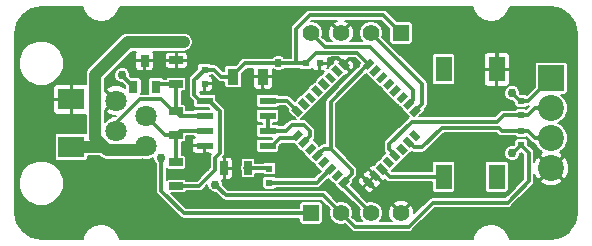
<source format=gbl>
G04 (created by PCBNEW (2013-mar-13)-testing) date Wed 10 Jun 2015 12:05:28 AM EDT*
%MOIN*%
G04 Gerber Fmt 3.4, Leading zero omitted, Abs format*
%FSLAX34Y34*%
G01*
G70*
G90*
G04 APERTURE LIST*
%ADD10C,0.005906*%
%ADD11R,0.045000X0.025000*%
%ADD12R,0.031500X0.039400*%
%ADD13R,0.025000X0.045000*%
%ADD14R,0.086614X0.086614*%
%ADD15C,0.086614*%
%ADD16R,0.035000X0.055000*%
%ADD17R,0.055100X0.023600*%
%ADD18C,0.070866*%
%ADD19R,0.055000X0.055000*%
%ADD20C,0.055000*%
%ADD21R,0.023622X0.021654*%
%ADD22R,0.021654X0.023622*%
%ADD23R,0.055118X0.082677*%
%ADD24R,0.086600X0.070900*%
%ADD25C,0.030000*%
%ADD26C,0.012000*%
%ADD27C,0.006000*%
%ADD28C,0.010000*%
%ADD29C,0.039370*%
%ADD30C,0.007992*%
G04 APERTURE END LIST*
G54D10*
G54D11*
X49500Y-45606D03*
X49500Y-46393D03*
G54D12*
X48450Y-43917D03*
X48075Y-44783D03*
X48825Y-44783D03*
G54D13*
X51893Y-47500D03*
X51106Y-47500D03*
G54D14*
X62000Y-44500D03*
G54D15*
X62000Y-45500D03*
X62000Y-46500D03*
X62000Y-47500D03*
G54D16*
X51407Y-44450D03*
X52392Y-44450D03*
G54D17*
X50450Y-45250D03*
X52550Y-45250D03*
X50450Y-45750D03*
X50450Y-46250D03*
X50450Y-46750D03*
X52550Y-45750D03*
X52550Y-46250D03*
X52550Y-46750D03*
G54D18*
X47500Y-45250D03*
X48500Y-45750D03*
X47500Y-46250D03*
X48500Y-46750D03*
G54D19*
X57000Y-43000D03*
G54D20*
X56000Y-43000D03*
X55000Y-43000D03*
X54000Y-43000D03*
G54D19*
X54000Y-49000D03*
G54D20*
X55000Y-49000D03*
X56000Y-49000D03*
X57000Y-49000D03*
G54D21*
X50450Y-44213D03*
X50450Y-44686D03*
G54D22*
X53813Y-44000D03*
X54286Y-44000D03*
G54D21*
X52600Y-47513D03*
X52600Y-47986D03*
X61000Y-46736D03*
X61000Y-46263D03*
X61000Y-45263D03*
X61000Y-45736D03*
G54D23*
X60185Y-47791D03*
X60185Y-44208D03*
X58414Y-47791D03*
X58414Y-44208D03*
G54D10*
G36*
X53487Y-46604D02*
X53336Y-46453D01*
X53573Y-46217D01*
X53723Y-46367D01*
X53487Y-46604D01*
X53487Y-46604D01*
G37*
G36*
X53709Y-46826D02*
X53559Y-46676D01*
X53796Y-46439D01*
X53946Y-46590D01*
X53709Y-46826D01*
X53709Y-46826D01*
G37*
G36*
X53932Y-47049D02*
X53782Y-46899D01*
X54018Y-46662D01*
X54169Y-46812D01*
X53932Y-47049D01*
X53932Y-47049D01*
G37*
G36*
X54155Y-47272D02*
X54005Y-47121D01*
X54241Y-46885D01*
X54392Y-47035D01*
X54155Y-47272D01*
X54155Y-47272D01*
G37*
G36*
X54378Y-47494D02*
X54227Y-47344D01*
X54464Y-47107D01*
X54614Y-47258D01*
X54378Y-47494D01*
X54378Y-47494D01*
G37*
G36*
X54600Y-47717D02*
X54450Y-47567D01*
X54687Y-47330D01*
X54837Y-47481D01*
X54600Y-47717D01*
X54600Y-47717D01*
G37*
G36*
X54823Y-47940D02*
X54673Y-47790D01*
X54909Y-47553D01*
X55060Y-47703D01*
X54823Y-47940D01*
X54823Y-47940D01*
G37*
G36*
X55046Y-48163D02*
X54895Y-48012D01*
X55132Y-47776D01*
X55282Y-47926D01*
X55046Y-48163D01*
X55046Y-48163D01*
G37*
G36*
X55046Y-48163D02*
X54895Y-48012D01*
X55132Y-47776D01*
X55282Y-47926D01*
X55046Y-48163D01*
X55046Y-48163D01*
G37*
G36*
X54823Y-47940D02*
X54673Y-47790D01*
X54909Y-47553D01*
X55060Y-47703D01*
X54823Y-47940D01*
X54823Y-47940D01*
G37*
G36*
X54600Y-47717D02*
X54450Y-47567D01*
X54687Y-47330D01*
X54837Y-47481D01*
X54600Y-47717D01*
X54600Y-47717D01*
G37*
G36*
X54378Y-47494D02*
X54227Y-47344D01*
X54464Y-47107D01*
X54614Y-47258D01*
X54378Y-47494D01*
X54378Y-47494D01*
G37*
G36*
X54155Y-47272D02*
X54005Y-47121D01*
X54241Y-46885D01*
X54392Y-47035D01*
X54155Y-47272D01*
X54155Y-47272D01*
G37*
G36*
X53932Y-47049D02*
X53782Y-46899D01*
X54018Y-46662D01*
X54169Y-46812D01*
X53932Y-47049D01*
X53932Y-47049D01*
G37*
G36*
X53709Y-46826D02*
X53559Y-46676D01*
X53796Y-46439D01*
X53946Y-46590D01*
X53709Y-46826D01*
X53709Y-46826D01*
G37*
G36*
X53487Y-46604D02*
X53336Y-46453D01*
X53573Y-46217D01*
X53723Y-46367D01*
X53487Y-46604D01*
X53487Y-46604D01*
G37*
G36*
X53487Y-46604D02*
X53336Y-46453D01*
X53573Y-46217D01*
X53723Y-46367D01*
X53487Y-46604D01*
X53487Y-46604D01*
G37*
G36*
X53709Y-46826D02*
X53559Y-46676D01*
X53796Y-46439D01*
X53946Y-46590D01*
X53709Y-46826D01*
X53709Y-46826D01*
G37*
G36*
X53932Y-47049D02*
X53782Y-46899D01*
X54018Y-46662D01*
X54169Y-46812D01*
X53932Y-47049D01*
X53932Y-47049D01*
G37*
G36*
X54155Y-47272D02*
X54005Y-47121D01*
X54241Y-46885D01*
X54392Y-47035D01*
X54155Y-47272D01*
X54155Y-47272D01*
G37*
G36*
X54378Y-47494D02*
X54227Y-47344D01*
X54464Y-47107D01*
X54614Y-47258D01*
X54378Y-47494D01*
X54378Y-47494D01*
G37*
G36*
X54600Y-47717D02*
X54450Y-47567D01*
X54687Y-47330D01*
X54837Y-47481D01*
X54600Y-47717D01*
X54600Y-47717D01*
G37*
G36*
X54823Y-47940D02*
X54673Y-47790D01*
X54909Y-47553D01*
X55060Y-47703D01*
X54823Y-47940D01*
X54823Y-47940D01*
G37*
G36*
X55046Y-48163D02*
X54895Y-48012D01*
X55132Y-47776D01*
X55282Y-47926D01*
X55046Y-48163D01*
X55046Y-48163D01*
G37*
G36*
X55046Y-48163D02*
X54895Y-48012D01*
X55132Y-47776D01*
X55282Y-47926D01*
X55046Y-48163D01*
X55046Y-48163D01*
G37*
G36*
X54823Y-47940D02*
X54673Y-47790D01*
X54909Y-47553D01*
X55060Y-47703D01*
X54823Y-47940D01*
X54823Y-47940D01*
G37*
G36*
X54600Y-47717D02*
X54450Y-47567D01*
X54687Y-47330D01*
X54837Y-47481D01*
X54600Y-47717D01*
X54600Y-47717D01*
G37*
G36*
X54378Y-47494D02*
X54227Y-47344D01*
X54464Y-47107D01*
X54614Y-47258D01*
X54378Y-47494D01*
X54378Y-47494D01*
G37*
G36*
X54155Y-47272D02*
X54005Y-47121D01*
X54241Y-46885D01*
X54392Y-47035D01*
X54155Y-47272D01*
X54155Y-47272D01*
G37*
G36*
X53932Y-47049D02*
X53782Y-46899D01*
X54018Y-46662D01*
X54169Y-46812D01*
X53932Y-47049D01*
X53932Y-47049D01*
G37*
G36*
X53709Y-46826D02*
X53559Y-46676D01*
X53796Y-46439D01*
X53946Y-46590D01*
X53709Y-46826D01*
X53709Y-46826D01*
G37*
G36*
X53487Y-46604D02*
X53336Y-46453D01*
X53573Y-46217D01*
X53723Y-46367D01*
X53487Y-46604D01*
X53487Y-46604D01*
G37*
G36*
X53573Y-45782D02*
X53336Y-45546D01*
X53487Y-45395D01*
X53723Y-45632D01*
X53573Y-45782D01*
X53573Y-45782D01*
G37*
G36*
X53796Y-45560D02*
X53559Y-45323D01*
X53709Y-45173D01*
X53946Y-45409D01*
X53796Y-45560D01*
X53796Y-45560D01*
G37*
G36*
X54018Y-45337D02*
X53782Y-45100D01*
X53932Y-44950D01*
X54169Y-45187D01*
X54018Y-45337D01*
X54018Y-45337D01*
G37*
G36*
X54241Y-45114D02*
X54005Y-44878D01*
X54155Y-44727D01*
X54392Y-44964D01*
X54241Y-45114D01*
X54241Y-45114D01*
G37*
G36*
X54464Y-44892D02*
X54227Y-44655D01*
X54378Y-44505D01*
X54614Y-44741D01*
X54464Y-44892D01*
X54464Y-44892D01*
G37*
G36*
X54687Y-44669D02*
X54450Y-44432D01*
X54600Y-44282D01*
X54837Y-44518D01*
X54687Y-44669D01*
X54687Y-44669D01*
G37*
G36*
X54909Y-44446D02*
X54673Y-44209D01*
X54823Y-44059D01*
X55060Y-44296D01*
X54909Y-44446D01*
X54909Y-44446D01*
G37*
G36*
X55132Y-44223D02*
X54895Y-43987D01*
X55046Y-43836D01*
X55282Y-44073D01*
X55132Y-44223D01*
X55132Y-44223D01*
G37*
G36*
X55867Y-44223D02*
X55717Y-44073D01*
X55953Y-43836D01*
X56104Y-43987D01*
X55867Y-44223D01*
X55867Y-44223D01*
G37*
G36*
X56090Y-44446D02*
X55939Y-44296D01*
X56176Y-44059D01*
X56326Y-44209D01*
X56090Y-44446D01*
X56090Y-44446D01*
G37*
G36*
X56312Y-44669D02*
X56162Y-44518D01*
X56399Y-44282D01*
X56549Y-44432D01*
X56312Y-44669D01*
X56312Y-44669D01*
G37*
G36*
X56535Y-44892D02*
X56385Y-44741D01*
X56621Y-44505D01*
X56772Y-44655D01*
X56535Y-44892D01*
X56535Y-44892D01*
G37*
G36*
X56758Y-45114D02*
X56607Y-44964D01*
X56844Y-44727D01*
X56994Y-44878D01*
X56758Y-45114D01*
X56758Y-45114D01*
G37*
G36*
X56981Y-45337D02*
X56830Y-45187D01*
X57067Y-44950D01*
X57217Y-45100D01*
X56981Y-45337D01*
X56981Y-45337D01*
G37*
G36*
X57203Y-45560D02*
X57053Y-45409D01*
X57290Y-45173D01*
X57440Y-45323D01*
X57203Y-45560D01*
X57203Y-45560D01*
G37*
G36*
X57426Y-45782D02*
X57276Y-45632D01*
X57512Y-45395D01*
X57663Y-45546D01*
X57426Y-45782D01*
X57426Y-45782D01*
G37*
G36*
X57512Y-46604D02*
X57276Y-46367D01*
X57426Y-46217D01*
X57663Y-46453D01*
X57512Y-46604D01*
X57512Y-46604D01*
G37*
G36*
X57290Y-46826D02*
X57053Y-46590D01*
X57203Y-46439D01*
X57440Y-46676D01*
X57290Y-46826D01*
X57290Y-46826D01*
G37*
G36*
X57067Y-47049D02*
X56830Y-46812D01*
X56981Y-46662D01*
X57217Y-46899D01*
X57067Y-47049D01*
X57067Y-47049D01*
G37*
G36*
X56844Y-47272D02*
X56607Y-47035D01*
X56758Y-46885D01*
X56994Y-47121D01*
X56844Y-47272D01*
X56844Y-47272D01*
G37*
G36*
X56621Y-47494D02*
X56385Y-47258D01*
X56535Y-47107D01*
X56772Y-47344D01*
X56621Y-47494D01*
X56621Y-47494D01*
G37*
G36*
X56399Y-47717D02*
X56162Y-47481D01*
X56312Y-47330D01*
X56549Y-47567D01*
X56399Y-47717D01*
X56399Y-47717D01*
G37*
G36*
X56176Y-47940D02*
X55939Y-47703D01*
X56090Y-47553D01*
X56326Y-47790D01*
X56176Y-47940D01*
X56176Y-47940D01*
G37*
G36*
X55953Y-48163D02*
X55717Y-47926D01*
X55867Y-47776D01*
X56104Y-48012D01*
X55953Y-48163D01*
X55953Y-48163D01*
G37*
G54D24*
X46000Y-45210D03*
X46000Y-46790D03*
G54D11*
X49500Y-43906D03*
X49500Y-44693D03*
X49500Y-47306D03*
X49500Y-48093D03*
G54D25*
X49000Y-47150D03*
X52900Y-44000D03*
X44500Y-49000D03*
X45500Y-49500D03*
X45000Y-49500D03*
X48500Y-49500D03*
X51500Y-49500D03*
X50500Y-49500D03*
X49500Y-49500D03*
X49000Y-49500D03*
X49050Y-48800D03*
X50000Y-49500D03*
X51000Y-49500D03*
X52000Y-49500D03*
X44500Y-46500D03*
X44500Y-45500D03*
X44500Y-45000D03*
X44500Y-46000D03*
X44500Y-47000D03*
X44500Y-43000D03*
X45000Y-42500D03*
X45500Y-42500D03*
X51500Y-42500D03*
X50500Y-42500D03*
X49500Y-42500D03*
X49000Y-42500D03*
X50000Y-42500D03*
X51000Y-42500D03*
X52000Y-42500D03*
X48500Y-42500D03*
X51250Y-46600D03*
X51250Y-46950D03*
X54000Y-44400D03*
X51900Y-44800D03*
X61500Y-49500D03*
X62500Y-49000D03*
X62000Y-49500D03*
X59000Y-49500D03*
X62500Y-43000D03*
X61500Y-42500D03*
X62000Y-42500D03*
X62500Y-43500D03*
X58500Y-42500D03*
X59300Y-45100D03*
X59750Y-45100D03*
X59300Y-45600D03*
X59750Y-45600D03*
X53650Y-47650D03*
X53200Y-47650D03*
X50500Y-47450D03*
X59300Y-46450D03*
X59750Y-46900D03*
X59750Y-46450D03*
X59300Y-46900D03*
X50500Y-47100D03*
X51250Y-46250D03*
X47700Y-44400D03*
X49750Y-43300D03*
X50800Y-48050D03*
X60700Y-45000D03*
X60700Y-47000D03*
G54D26*
X54000Y-49000D02*
X49750Y-49000D01*
X49000Y-48250D02*
X49000Y-47150D01*
X49750Y-49000D02*
X49000Y-48250D01*
X58350Y-46150D02*
X60250Y-46150D01*
X58350Y-46150D02*
X57700Y-46800D01*
X57700Y-46800D02*
X57413Y-46800D01*
X57246Y-46633D02*
X57413Y-46800D01*
X60363Y-46263D02*
X61000Y-46263D01*
X60250Y-46150D02*
X60363Y-46263D01*
X61000Y-46263D02*
X61213Y-46263D01*
X61450Y-46500D02*
X62000Y-46500D01*
X61213Y-46263D02*
X61450Y-46500D01*
X57350Y-45950D02*
X56600Y-46700D01*
X60200Y-45950D02*
X57350Y-45950D01*
X61000Y-45736D02*
X60413Y-45736D01*
X60413Y-45736D02*
X60200Y-45950D01*
X61000Y-45736D02*
X61213Y-45736D01*
X61450Y-45500D02*
X62000Y-45500D01*
X61213Y-45736D02*
X61450Y-45500D01*
X56600Y-46877D02*
X56801Y-47078D01*
X56600Y-46700D02*
X56600Y-46877D01*
X56000Y-43000D02*
X57700Y-44700D01*
X57700Y-45358D02*
X57469Y-45589D01*
X57700Y-44700D02*
X57700Y-45358D01*
X54000Y-43000D02*
X54450Y-43450D01*
X57400Y-45213D02*
X57246Y-45366D01*
X57400Y-44900D02*
X57400Y-45213D01*
X55950Y-43450D02*
X57400Y-44900D01*
X54450Y-43450D02*
X55950Y-43450D01*
X50450Y-45250D02*
X50600Y-45250D01*
X50256Y-48093D02*
X49500Y-48093D01*
X50800Y-47550D02*
X50256Y-48093D01*
X50800Y-47150D02*
X50800Y-47550D01*
X50950Y-47000D02*
X50800Y-47150D01*
X50950Y-45600D02*
X50950Y-47000D01*
X50600Y-45250D02*
X50950Y-45600D01*
X52900Y-44000D02*
X51800Y-44000D01*
X51800Y-44000D02*
X51407Y-44392D01*
X53500Y-44000D02*
X52900Y-44000D01*
X56400Y-42400D02*
X53950Y-42400D01*
X57000Y-43000D02*
X56400Y-42400D01*
X53500Y-42850D02*
X53500Y-44000D01*
X53950Y-42400D02*
X53500Y-42850D01*
X53813Y-44000D02*
X53500Y-44000D01*
X51407Y-44392D02*
X51407Y-44450D01*
X51407Y-44392D02*
X51407Y-44450D01*
X55530Y-43650D02*
X54163Y-43650D01*
X54163Y-43650D02*
X53813Y-44000D01*
X55910Y-44030D02*
X55530Y-43650D01*
X51000Y-44450D02*
X51407Y-44450D01*
X50763Y-44213D02*
X51000Y-44450D01*
X50450Y-44213D02*
X50763Y-44213D01*
X50450Y-44213D02*
X50100Y-44563D01*
X50300Y-45250D02*
X50450Y-45250D01*
X50100Y-45050D02*
X50300Y-45250D01*
X50100Y-44563D02*
X50100Y-45050D01*
X51407Y-44392D02*
X51407Y-44450D01*
X55089Y-47969D02*
X55089Y-48089D01*
X55089Y-48089D02*
X56000Y-49000D01*
X54650Y-46850D02*
X54650Y-45291D01*
X54650Y-45291D02*
X55910Y-44030D01*
X54198Y-47078D02*
X54427Y-46850D01*
X54427Y-46850D02*
X54650Y-46850D01*
X55350Y-47708D02*
X55089Y-47969D01*
X55350Y-47550D02*
X55350Y-47708D01*
X54650Y-46850D02*
X55350Y-47550D01*
G54D27*
X44500Y-47000D02*
X44200Y-47300D01*
G54D26*
X45000Y-49500D02*
X45500Y-49500D01*
X46000Y-49000D02*
X45500Y-49500D01*
X44500Y-49000D02*
X45000Y-49500D01*
X52000Y-49500D02*
X51500Y-49500D01*
X51000Y-49500D02*
X50500Y-49500D01*
X50000Y-49500D02*
X49500Y-49500D01*
X49000Y-49500D02*
X48500Y-49500D01*
X48000Y-49000D02*
X48500Y-49500D01*
X46000Y-49000D02*
X48000Y-49000D01*
X49500Y-49500D02*
X49000Y-49500D01*
X50500Y-49500D02*
X50000Y-49500D01*
X51500Y-49500D02*
X51000Y-49500D01*
G54D27*
X49000Y-48850D02*
X49000Y-49500D01*
X49050Y-48800D02*
X49000Y-48850D01*
X45700Y-42700D02*
X48300Y-42700D01*
X48300Y-42700D02*
X48500Y-42500D01*
X44500Y-43000D02*
X44200Y-43300D01*
G54D26*
X44500Y-46500D02*
X44500Y-47000D01*
X44500Y-46000D02*
X44500Y-45500D01*
X44500Y-45000D02*
X44500Y-45500D01*
X44500Y-46500D02*
X44500Y-46000D01*
X45000Y-42500D02*
X45500Y-42500D01*
X44500Y-43000D02*
X45000Y-42500D01*
G54D27*
X44200Y-44700D02*
X44500Y-45000D01*
X44200Y-43300D02*
X44200Y-44700D01*
G54D26*
X51500Y-42500D02*
X52000Y-42500D01*
X51000Y-42500D02*
X50500Y-42500D01*
X50000Y-42500D02*
X49500Y-42500D01*
X49000Y-42500D02*
X48500Y-42500D01*
X49500Y-42500D02*
X49000Y-42500D01*
X50500Y-42500D02*
X50000Y-42500D01*
X51500Y-42500D02*
X51000Y-42500D01*
G54D27*
X45500Y-42500D02*
X45700Y-42700D01*
X44200Y-48700D02*
X44500Y-49000D01*
X44200Y-47300D02*
X44200Y-48700D01*
G54D26*
X62000Y-47500D02*
X62500Y-48000D01*
X62500Y-48000D02*
X62500Y-48500D01*
X61500Y-49500D02*
X61000Y-49500D01*
X62000Y-49500D02*
X62500Y-49000D01*
X62500Y-49000D02*
X62500Y-48500D01*
X61500Y-49500D02*
X62000Y-49500D01*
X59500Y-49000D02*
X59000Y-49500D01*
X60500Y-49000D02*
X59500Y-49000D01*
X61000Y-49500D02*
X60500Y-49000D01*
X62500Y-43500D02*
X62500Y-43000D01*
X62000Y-42500D02*
X61500Y-42500D01*
X60185Y-43314D02*
X60500Y-43000D01*
X60500Y-43000D02*
X61000Y-43000D01*
X61000Y-43000D02*
X61500Y-42500D01*
X60185Y-43314D02*
X60185Y-44208D01*
X62500Y-43000D02*
X62000Y-42500D01*
X60185Y-44208D02*
X60185Y-43185D01*
X59000Y-43000D02*
X58500Y-42500D01*
X60000Y-43000D02*
X59000Y-43000D01*
X60185Y-43185D02*
X60000Y-43000D01*
X54900Y-43841D02*
X54708Y-43841D01*
X54908Y-43850D02*
X54900Y-43841D01*
X54900Y-43841D02*
X55089Y-44030D01*
X50500Y-47100D02*
X50555Y-47155D01*
X48075Y-44783D02*
X47700Y-44408D01*
X47700Y-44408D02*
X47700Y-44400D01*
X49500Y-46393D02*
X49500Y-47306D01*
X48500Y-45750D02*
X49143Y-46393D01*
X49143Y-46393D02*
X49500Y-46393D01*
X49500Y-46393D02*
X49643Y-46250D01*
X49643Y-46250D02*
X50450Y-46250D01*
X48825Y-44783D02*
X48914Y-44693D01*
X48914Y-44693D02*
X49500Y-44693D01*
X49500Y-45606D02*
X49500Y-44693D01*
X49500Y-45606D02*
X49643Y-45750D01*
X49643Y-45750D02*
X50450Y-45750D01*
X47500Y-46250D02*
X47500Y-46000D01*
G54D28*
X49406Y-45606D02*
X49500Y-45606D01*
G54D26*
X49000Y-45200D02*
X49406Y-45606D01*
X48300Y-45200D02*
X49000Y-45200D01*
X47500Y-46000D02*
X48300Y-45200D01*
X52600Y-47986D02*
X54181Y-47986D01*
X54181Y-47986D02*
X54643Y-47524D01*
X53950Y-46436D02*
X53753Y-46633D01*
X53950Y-46250D02*
X53950Y-46436D01*
X53750Y-46050D02*
X53950Y-46250D01*
X53350Y-46050D02*
X53750Y-46050D01*
X53150Y-46250D02*
X53350Y-46050D01*
X52550Y-46250D02*
X52550Y-45750D01*
X52550Y-46250D02*
X53150Y-46250D01*
X51795Y-47500D02*
X52586Y-47500D01*
X52586Y-47500D02*
X52600Y-47513D01*
G54D29*
X46000Y-46790D02*
X47090Y-46790D01*
X47090Y-46790D02*
X47200Y-46900D01*
X48500Y-46750D02*
X48350Y-46900D01*
X47900Y-43300D02*
X49750Y-43300D01*
X46800Y-44400D02*
X47900Y-43300D01*
X46800Y-46500D02*
X46800Y-44400D01*
X47200Y-46900D02*
X46800Y-46500D01*
X48350Y-46900D02*
X47200Y-46900D01*
G54D26*
X56356Y-47524D02*
X56623Y-47791D01*
X56623Y-47791D02*
X58414Y-47791D01*
X52550Y-46750D02*
X52700Y-46750D01*
X53441Y-46500D02*
X53530Y-46410D01*
X52950Y-46500D02*
X53441Y-46500D01*
X52700Y-46750D02*
X52950Y-46500D01*
X53191Y-45250D02*
X53530Y-45589D01*
X52550Y-45250D02*
X53191Y-45250D01*
X50800Y-48050D02*
X51150Y-48400D01*
X55000Y-49000D02*
X54400Y-48400D01*
X51150Y-48400D02*
X54400Y-48400D01*
X60700Y-45000D02*
X60963Y-45263D01*
X60963Y-45263D02*
X61000Y-45263D01*
X61000Y-46736D02*
X60736Y-47000D01*
X60736Y-47000D02*
X60700Y-47000D01*
X61256Y-47943D02*
X60550Y-48650D01*
X61256Y-46993D02*
X61256Y-47943D01*
X55450Y-49450D02*
X55000Y-49000D01*
X57250Y-49450D02*
X55450Y-49450D01*
X58050Y-48650D02*
X57250Y-49450D01*
X60550Y-48650D02*
X58050Y-48650D01*
X61263Y-47000D02*
X61256Y-46993D01*
X61256Y-46993D02*
X61000Y-46736D01*
X61000Y-45263D02*
X61236Y-45263D01*
X61236Y-45263D02*
X62000Y-44500D01*
G54D10*
G36*
X50669Y-47028D02*
X50633Y-47081D01*
X50620Y-47150D01*
X50620Y-47475D01*
X50429Y-47665D01*
X50429Y-46988D01*
X50429Y-46770D01*
X50054Y-46770D01*
X50014Y-46810D01*
X50014Y-46899D01*
X50038Y-46958D01*
X50083Y-47003D01*
X50142Y-47028D01*
X50206Y-47028D01*
X50389Y-47028D01*
X50429Y-46988D01*
X50429Y-47665D01*
X50181Y-47913D01*
X49832Y-47913D01*
X49826Y-47900D01*
X49792Y-47867D01*
X49748Y-47848D01*
X49701Y-47848D01*
X49251Y-47848D01*
X49207Y-47867D01*
X49179Y-47894D01*
X49179Y-47505D01*
X49207Y-47532D01*
X49251Y-47551D01*
X49298Y-47551D01*
X49748Y-47551D01*
X49792Y-47532D01*
X49826Y-47499D01*
X49844Y-47455D01*
X49844Y-47407D01*
X49844Y-47157D01*
X49826Y-47113D01*
X49792Y-47079D01*
X49748Y-47061D01*
X49701Y-47061D01*
X49679Y-47061D01*
X49679Y-46638D01*
X49748Y-46638D01*
X49792Y-46620D01*
X49826Y-46586D01*
X49844Y-46542D01*
X49844Y-46494D01*
X49844Y-46429D01*
X50070Y-46429D01*
X50072Y-46435D01*
X50106Y-46469D01*
X50127Y-46478D01*
X50083Y-46496D01*
X50038Y-46541D01*
X50014Y-46600D01*
X50014Y-46689D01*
X50054Y-46729D01*
X50429Y-46729D01*
X50429Y-46722D01*
X50470Y-46722D01*
X50470Y-46729D01*
X50477Y-46729D01*
X50477Y-46770D01*
X50470Y-46770D01*
X50470Y-46988D01*
X50510Y-47028D01*
X50669Y-47028D01*
X50669Y-47028D01*
G37*
G54D30*
X50669Y-47028D02*
X50633Y-47081D01*
X50620Y-47150D01*
X50620Y-47475D01*
X50429Y-47665D01*
X50429Y-46988D01*
X50429Y-46770D01*
X50054Y-46770D01*
X50014Y-46810D01*
X50014Y-46899D01*
X50038Y-46958D01*
X50083Y-47003D01*
X50142Y-47028D01*
X50206Y-47028D01*
X50389Y-47028D01*
X50429Y-46988D01*
X50429Y-47665D01*
X50181Y-47913D01*
X49832Y-47913D01*
X49826Y-47900D01*
X49792Y-47867D01*
X49748Y-47848D01*
X49701Y-47848D01*
X49251Y-47848D01*
X49207Y-47867D01*
X49179Y-47894D01*
X49179Y-47505D01*
X49207Y-47532D01*
X49251Y-47551D01*
X49298Y-47551D01*
X49748Y-47551D01*
X49792Y-47532D01*
X49826Y-47499D01*
X49844Y-47455D01*
X49844Y-47407D01*
X49844Y-47157D01*
X49826Y-47113D01*
X49792Y-47079D01*
X49748Y-47061D01*
X49701Y-47061D01*
X49679Y-47061D01*
X49679Y-46638D01*
X49748Y-46638D01*
X49792Y-46620D01*
X49826Y-46586D01*
X49844Y-46542D01*
X49844Y-46494D01*
X49844Y-46429D01*
X50070Y-46429D01*
X50072Y-46435D01*
X50106Y-46469D01*
X50127Y-46478D01*
X50083Y-46496D01*
X50038Y-46541D01*
X50014Y-46600D01*
X50014Y-46689D01*
X50054Y-46729D01*
X50429Y-46729D01*
X50429Y-46722D01*
X50470Y-46722D01*
X50470Y-46729D01*
X50477Y-46729D01*
X50477Y-46770D01*
X50470Y-46770D01*
X50470Y-46988D01*
X50510Y-47028D01*
X50669Y-47028D01*
G54D10*
G36*
X55623Y-43997D02*
X55615Y-44005D01*
X55597Y-44049D01*
X55597Y-44089D01*
X55442Y-44243D01*
X55442Y-44105D01*
X55442Y-44041D01*
X55418Y-43982D01*
X55373Y-43937D01*
X55320Y-43884D01*
X55263Y-43884D01*
X55117Y-44030D01*
X55306Y-44219D01*
X55363Y-44219D01*
X55418Y-44164D01*
X55442Y-44105D01*
X55442Y-44243D01*
X54522Y-45163D01*
X54483Y-45222D01*
X54470Y-45291D01*
X54470Y-46670D01*
X54427Y-46670D01*
X54358Y-46683D01*
X54300Y-46722D01*
X54272Y-46749D01*
X54270Y-46744D01*
X54237Y-46711D01*
X54086Y-46560D01*
X54080Y-46558D01*
X54116Y-46505D01*
X54116Y-46505D01*
X54129Y-46436D01*
X54129Y-46250D01*
X54116Y-46181D01*
X54116Y-46181D01*
X54077Y-46122D01*
X53877Y-45922D01*
X53818Y-45883D01*
X53750Y-45870D01*
X53655Y-45870D01*
X53675Y-45850D01*
X53825Y-45700D01*
X53836Y-45673D01*
X53864Y-45661D01*
X53897Y-45628D01*
X54048Y-45477D01*
X54059Y-45450D01*
X54086Y-45439D01*
X54120Y-45405D01*
X54270Y-45255D01*
X54282Y-45227D01*
X54309Y-45216D01*
X54343Y-45182D01*
X54493Y-45032D01*
X54504Y-45004D01*
X54532Y-44993D01*
X54566Y-44959D01*
X54716Y-44809D01*
X54727Y-44782D01*
X54755Y-44770D01*
X54788Y-44737D01*
X54939Y-44586D01*
X54950Y-44559D01*
X54977Y-44548D01*
X55011Y-44514D01*
X55142Y-44383D01*
X55164Y-44383D01*
X55223Y-44359D01*
X55278Y-44304D01*
X55278Y-44247D01*
X55089Y-44058D01*
X55083Y-44064D01*
X55055Y-44035D01*
X55060Y-44030D01*
X55055Y-44024D01*
X55083Y-43996D01*
X55089Y-44002D01*
X55235Y-43856D01*
X55235Y-43829D01*
X55455Y-43829D01*
X55623Y-43997D01*
X55623Y-43997D01*
G37*
G54D30*
X55623Y-43997D02*
X55615Y-44005D01*
X55597Y-44049D01*
X55597Y-44089D01*
X55442Y-44243D01*
X55442Y-44105D01*
X55442Y-44041D01*
X55418Y-43982D01*
X55373Y-43937D01*
X55320Y-43884D01*
X55263Y-43884D01*
X55117Y-44030D01*
X55306Y-44219D01*
X55363Y-44219D01*
X55418Y-44164D01*
X55442Y-44105D01*
X55442Y-44243D01*
X54522Y-45163D01*
X54483Y-45222D01*
X54470Y-45291D01*
X54470Y-46670D01*
X54427Y-46670D01*
X54358Y-46683D01*
X54300Y-46722D01*
X54272Y-46749D01*
X54270Y-46744D01*
X54237Y-46711D01*
X54086Y-46560D01*
X54080Y-46558D01*
X54116Y-46505D01*
X54116Y-46505D01*
X54129Y-46436D01*
X54129Y-46250D01*
X54116Y-46181D01*
X54116Y-46181D01*
X54077Y-46122D01*
X53877Y-45922D01*
X53818Y-45883D01*
X53750Y-45870D01*
X53655Y-45870D01*
X53675Y-45850D01*
X53825Y-45700D01*
X53836Y-45673D01*
X53864Y-45661D01*
X53897Y-45628D01*
X54048Y-45477D01*
X54059Y-45450D01*
X54086Y-45439D01*
X54120Y-45405D01*
X54270Y-45255D01*
X54282Y-45227D01*
X54309Y-45216D01*
X54343Y-45182D01*
X54493Y-45032D01*
X54504Y-45004D01*
X54532Y-44993D01*
X54566Y-44959D01*
X54716Y-44809D01*
X54727Y-44782D01*
X54755Y-44770D01*
X54788Y-44737D01*
X54939Y-44586D01*
X54950Y-44559D01*
X54977Y-44548D01*
X55011Y-44514D01*
X55142Y-44383D01*
X55164Y-44383D01*
X55223Y-44359D01*
X55278Y-44304D01*
X55278Y-44247D01*
X55089Y-44058D01*
X55083Y-44064D01*
X55055Y-44035D01*
X55060Y-44030D01*
X55055Y-44024D01*
X55083Y-43996D01*
X55089Y-44002D01*
X55235Y-43856D01*
X55235Y-43829D01*
X55455Y-43829D01*
X55623Y-43997D01*
G54D10*
G36*
X55711Y-49270D02*
X55524Y-49270D01*
X55376Y-49122D01*
X55394Y-49078D01*
X55394Y-48921D01*
X55334Y-48776D01*
X55223Y-48665D01*
X55078Y-48605D01*
X54921Y-48605D01*
X54877Y-48623D01*
X54527Y-48272D01*
X54468Y-48233D01*
X54400Y-48220D01*
X51391Y-48220D01*
X51391Y-47756D01*
X51391Y-47693D01*
X51391Y-47560D01*
X51391Y-47439D01*
X51391Y-47306D01*
X51391Y-47243D01*
X51366Y-47184D01*
X51321Y-47139D01*
X51263Y-47114D01*
X51166Y-47114D01*
X51126Y-47154D01*
X51126Y-47479D01*
X51351Y-47479D01*
X51391Y-47439D01*
X51391Y-47560D01*
X51351Y-47520D01*
X51126Y-47520D01*
X51126Y-47845D01*
X51166Y-47885D01*
X51263Y-47885D01*
X51321Y-47860D01*
X51366Y-47815D01*
X51391Y-47756D01*
X51391Y-48220D01*
X51224Y-48220D01*
X51069Y-48065D01*
X51069Y-47996D01*
X51028Y-47897D01*
X51016Y-47885D01*
X51046Y-47885D01*
X51086Y-47845D01*
X51086Y-47520D01*
X51078Y-47520D01*
X51078Y-47479D01*
X51086Y-47479D01*
X51086Y-47154D01*
X51067Y-47136D01*
X51077Y-47127D01*
X51116Y-47068D01*
X51116Y-47068D01*
X51129Y-47000D01*
X51129Y-45600D01*
X51116Y-45531D01*
X51077Y-45472D01*
X50845Y-45240D01*
X50845Y-45108D01*
X50827Y-45064D01*
X50793Y-45030D01*
X50749Y-45012D01*
X50728Y-45012D01*
X50728Y-44826D01*
X50728Y-44746D01*
X50688Y-44706D01*
X50470Y-44706D01*
X50470Y-44914D01*
X50510Y-44954D01*
X50536Y-44954D01*
X50599Y-44954D01*
X50658Y-44930D01*
X50703Y-44885D01*
X50728Y-44826D01*
X50728Y-45012D01*
X50701Y-45012D01*
X50316Y-45012D01*
X50279Y-44975D01*
X50279Y-44946D01*
X50300Y-44954D01*
X50363Y-44954D01*
X50389Y-44954D01*
X50429Y-44914D01*
X50429Y-44706D01*
X50422Y-44706D01*
X50422Y-44666D01*
X50429Y-44666D01*
X50429Y-44658D01*
X50470Y-44658D01*
X50470Y-44666D01*
X50688Y-44666D01*
X50728Y-44626D01*
X50728Y-44546D01*
X50703Y-44487D01*
X50658Y-44442D01*
X50624Y-44428D01*
X50636Y-44423D01*
X50666Y-44393D01*
X50689Y-44393D01*
X50872Y-44577D01*
X50931Y-44616D01*
X50931Y-44616D01*
X51000Y-44629D01*
X51112Y-44629D01*
X51112Y-44748D01*
X51131Y-44792D01*
X51164Y-44826D01*
X51209Y-44844D01*
X51256Y-44844D01*
X51606Y-44844D01*
X51650Y-44826D01*
X51684Y-44792D01*
X51702Y-44748D01*
X51702Y-44701D01*
X51702Y-44351D01*
X51874Y-44179D01*
X52057Y-44179D01*
X52057Y-44206D01*
X52057Y-44389D01*
X52097Y-44429D01*
X52372Y-44429D01*
X52372Y-44422D01*
X52412Y-44422D01*
X52412Y-44429D01*
X52687Y-44429D01*
X52727Y-44389D01*
X52727Y-44208D01*
X52746Y-44228D01*
X52846Y-44269D01*
X52953Y-44269D01*
X53052Y-44228D01*
X53101Y-44179D01*
X53500Y-44179D01*
X53601Y-44179D01*
X53603Y-44186D01*
X53637Y-44219D01*
X53681Y-44237D01*
X53729Y-44237D01*
X53945Y-44237D01*
X53989Y-44219D01*
X54023Y-44186D01*
X54028Y-44174D01*
X54042Y-44208D01*
X54087Y-44253D01*
X54146Y-44278D01*
X54226Y-44278D01*
X54266Y-44238D01*
X54266Y-44020D01*
X54258Y-44020D01*
X54258Y-43979D01*
X54266Y-43979D01*
X54266Y-43972D01*
X54306Y-43972D01*
X54306Y-43979D01*
X54514Y-43979D01*
X54554Y-43939D01*
X54554Y-43913D01*
X54554Y-43850D01*
X54546Y-43829D01*
X54860Y-43829D01*
X54871Y-43841D01*
X54815Y-43841D01*
X54760Y-43896D01*
X54735Y-43955D01*
X54735Y-43977D01*
X54721Y-43991D01*
X54571Y-44142D01*
X54560Y-44169D01*
X54543Y-44176D01*
X54554Y-44149D01*
X54554Y-44086D01*
X54554Y-44060D01*
X54514Y-44020D01*
X54306Y-44020D01*
X54306Y-44238D01*
X54346Y-44278D01*
X54426Y-44278D01*
X54441Y-44271D01*
X54348Y-44364D01*
X54337Y-44392D01*
X54310Y-44403D01*
X54276Y-44437D01*
X54126Y-44587D01*
X54114Y-44614D01*
X54087Y-44626D01*
X54053Y-44659D01*
X53903Y-44810D01*
X53892Y-44837D01*
X53864Y-44848D01*
X53831Y-44882D01*
X53680Y-45032D01*
X53669Y-45060D01*
X53642Y-45071D01*
X53608Y-45105D01*
X53458Y-45255D01*
X53455Y-45260D01*
X53318Y-45122D01*
X53259Y-45083D01*
X53191Y-45070D01*
X52929Y-45070D01*
X52927Y-45064D01*
X52893Y-45030D01*
X52849Y-45012D01*
X52801Y-45012D01*
X52727Y-45012D01*
X52727Y-44756D01*
X52727Y-44693D01*
X52727Y-44510D01*
X52687Y-44470D01*
X52412Y-44470D01*
X52412Y-44845D01*
X52452Y-44885D01*
X52598Y-44885D01*
X52657Y-44860D01*
X52702Y-44815D01*
X52727Y-44756D01*
X52727Y-45012D01*
X52372Y-45012D01*
X52372Y-44845D01*
X52372Y-44470D01*
X52097Y-44470D01*
X52057Y-44510D01*
X52057Y-44693D01*
X52057Y-44756D01*
X52081Y-44815D01*
X52126Y-44860D01*
X52185Y-44885D01*
X52332Y-44885D01*
X52372Y-44845D01*
X52372Y-45012D01*
X52250Y-45012D01*
X52206Y-45030D01*
X52172Y-45064D01*
X52154Y-45108D01*
X52154Y-45155D01*
X52154Y-45391D01*
X52172Y-45435D01*
X52206Y-45469D01*
X52250Y-45487D01*
X52298Y-45487D01*
X52849Y-45487D01*
X52893Y-45469D01*
X52927Y-45435D01*
X52929Y-45429D01*
X53116Y-45429D01*
X53217Y-45530D01*
X53217Y-45570D01*
X53235Y-45614D01*
X53269Y-45647D01*
X53491Y-45870D01*
X53350Y-45870D01*
X53281Y-45883D01*
X53222Y-45922D01*
X53075Y-46070D01*
X52929Y-46070D01*
X52927Y-46064D01*
X52893Y-46030D01*
X52849Y-46012D01*
X52801Y-46012D01*
X52729Y-46012D01*
X52729Y-45987D01*
X52849Y-45987D01*
X52893Y-45969D01*
X52927Y-45935D01*
X52945Y-45891D01*
X52945Y-45844D01*
X52945Y-45608D01*
X52927Y-45564D01*
X52893Y-45530D01*
X52849Y-45512D01*
X52801Y-45512D01*
X52250Y-45512D01*
X52206Y-45530D01*
X52172Y-45564D01*
X52154Y-45608D01*
X52154Y-45655D01*
X52154Y-45891D01*
X52172Y-45935D01*
X52206Y-45969D01*
X52250Y-45987D01*
X52298Y-45987D01*
X52370Y-45987D01*
X52370Y-46012D01*
X52250Y-46012D01*
X52206Y-46030D01*
X52172Y-46064D01*
X52154Y-46108D01*
X52154Y-46155D01*
X52154Y-46391D01*
X52172Y-46435D01*
X52206Y-46469D01*
X52250Y-46487D01*
X52298Y-46487D01*
X52707Y-46487D01*
X52683Y-46512D01*
X52250Y-46512D01*
X52206Y-46530D01*
X52172Y-46564D01*
X52154Y-46608D01*
X52154Y-46655D01*
X52154Y-46891D01*
X52172Y-46935D01*
X52206Y-46969D01*
X52250Y-46987D01*
X52298Y-46987D01*
X52849Y-46987D01*
X52893Y-46969D01*
X52927Y-46935D01*
X52945Y-46891D01*
X52945Y-46844D01*
X52945Y-46759D01*
X53024Y-46679D01*
X53393Y-46679D01*
X53419Y-46705D01*
X53446Y-46717D01*
X53458Y-46744D01*
X53491Y-46778D01*
X53642Y-46928D01*
X53669Y-46939D01*
X53680Y-46967D01*
X53714Y-47000D01*
X53864Y-47151D01*
X53892Y-47162D01*
X53903Y-47189D01*
X53937Y-47223D01*
X54087Y-47373D01*
X54114Y-47385D01*
X54126Y-47412D01*
X54159Y-47446D01*
X54310Y-47596D01*
X54315Y-47598D01*
X54107Y-47806D01*
X52837Y-47806D01*
X52837Y-47645D01*
X52837Y-47598D01*
X52837Y-47381D01*
X52819Y-47337D01*
X52786Y-47303D01*
X52741Y-47285D01*
X52694Y-47285D01*
X52458Y-47285D01*
X52413Y-47303D01*
X52397Y-47320D01*
X52138Y-47320D01*
X52138Y-47251D01*
X52120Y-47207D01*
X52086Y-47173D01*
X52042Y-47155D01*
X51994Y-47155D01*
X51744Y-47155D01*
X51700Y-47173D01*
X51667Y-47207D01*
X51648Y-47251D01*
X51648Y-47298D01*
X51648Y-47401D01*
X51628Y-47431D01*
X51615Y-47500D01*
X51628Y-47568D01*
X51648Y-47598D01*
X51648Y-47748D01*
X51667Y-47792D01*
X51700Y-47826D01*
X51744Y-47844D01*
X51792Y-47844D01*
X52042Y-47844D01*
X52086Y-47826D01*
X52120Y-47792D01*
X52138Y-47748D01*
X52138Y-47701D01*
X52138Y-47679D01*
X52376Y-47679D01*
X52380Y-47689D01*
X52413Y-47723D01*
X52458Y-47741D01*
X52505Y-47741D01*
X52741Y-47741D01*
X52786Y-47723D01*
X52819Y-47689D01*
X52837Y-47645D01*
X52837Y-47806D01*
X52816Y-47806D01*
X52786Y-47776D01*
X52741Y-47758D01*
X52694Y-47758D01*
X52458Y-47758D01*
X52413Y-47776D01*
X52380Y-47810D01*
X52362Y-47854D01*
X52362Y-47901D01*
X52362Y-48118D01*
X52380Y-48162D01*
X52413Y-48196D01*
X52458Y-48214D01*
X52505Y-48214D01*
X52741Y-48214D01*
X52786Y-48196D01*
X52816Y-48166D01*
X54181Y-48166D01*
X54250Y-48152D01*
X54309Y-48113D01*
X54569Y-47853D01*
X54571Y-47857D01*
X54605Y-47891D01*
X54755Y-48041D01*
X54782Y-48053D01*
X54794Y-48080D01*
X54827Y-48114D01*
X54978Y-48264D01*
X55022Y-48282D01*
X55028Y-48282D01*
X55623Y-48877D01*
X55605Y-48921D01*
X55605Y-49078D01*
X55665Y-49223D01*
X55711Y-49270D01*
X55711Y-49270D01*
G37*
G54D30*
X55711Y-49270D02*
X55524Y-49270D01*
X55376Y-49122D01*
X55394Y-49078D01*
X55394Y-48921D01*
X55334Y-48776D01*
X55223Y-48665D01*
X55078Y-48605D01*
X54921Y-48605D01*
X54877Y-48623D01*
X54527Y-48272D01*
X54468Y-48233D01*
X54400Y-48220D01*
X51391Y-48220D01*
X51391Y-47756D01*
X51391Y-47693D01*
X51391Y-47560D01*
X51391Y-47439D01*
X51391Y-47306D01*
X51391Y-47243D01*
X51366Y-47184D01*
X51321Y-47139D01*
X51263Y-47114D01*
X51166Y-47114D01*
X51126Y-47154D01*
X51126Y-47479D01*
X51351Y-47479D01*
X51391Y-47439D01*
X51391Y-47560D01*
X51351Y-47520D01*
X51126Y-47520D01*
X51126Y-47845D01*
X51166Y-47885D01*
X51263Y-47885D01*
X51321Y-47860D01*
X51366Y-47815D01*
X51391Y-47756D01*
X51391Y-48220D01*
X51224Y-48220D01*
X51069Y-48065D01*
X51069Y-47996D01*
X51028Y-47897D01*
X51016Y-47885D01*
X51046Y-47885D01*
X51086Y-47845D01*
X51086Y-47520D01*
X51078Y-47520D01*
X51078Y-47479D01*
X51086Y-47479D01*
X51086Y-47154D01*
X51067Y-47136D01*
X51077Y-47127D01*
X51116Y-47068D01*
X51116Y-47068D01*
X51129Y-47000D01*
X51129Y-45600D01*
X51116Y-45531D01*
X51077Y-45472D01*
X50845Y-45240D01*
X50845Y-45108D01*
X50827Y-45064D01*
X50793Y-45030D01*
X50749Y-45012D01*
X50728Y-45012D01*
X50728Y-44826D01*
X50728Y-44746D01*
X50688Y-44706D01*
X50470Y-44706D01*
X50470Y-44914D01*
X50510Y-44954D01*
X50536Y-44954D01*
X50599Y-44954D01*
X50658Y-44930D01*
X50703Y-44885D01*
X50728Y-44826D01*
X50728Y-45012D01*
X50701Y-45012D01*
X50316Y-45012D01*
X50279Y-44975D01*
X50279Y-44946D01*
X50300Y-44954D01*
X50363Y-44954D01*
X50389Y-44954D01*
X50429Y-44914D01*
X50429Y-44706D01*
X50422Y-44706D01*
X50422Y-44666D01*
X50429Y-44666D01*
X50429Y-44658D01*
X50470Y-44658D01*
X50470Y-44666D01*
X50688Y-44666D01*
X50728Y-44626D01*
X50728Y-44546D01*
X50703Y-44487D01*
X50658Y-44442D01*
X50624Y-44428D01*
X50636Y-44423D01*
X50666Y-44393D01*
X50689Y-44393D01*
X50872Y-44577D01*
X50931Y-44616D01*
X50931Y-44616D01*
X51000Y-44629D01*
X51112Y-44629D01*
X51112Y-44748D01*
X51131Y-44792D01*
X51164Y-44826D01*
X51209Y-44844D01*
X51256Y-44844D01*
X51606Y-44844D01*
X51650Y-44826D01*
X51684Y-44792D01*
X51702Y-44748D01*
X51702Y-44701D01*
X51702Y-44351D01*
X51874Y-44179D01*
X52057Y-44179D01*
X52057Y-44206D01*
X52057Y-44389D01*
X52097Y-44429D01*
X52372Y-44429D01*
X52372Y-44422D01*
X52412Y-44422D01*
X52412Y-44429D01*
X52687Y-44429D01*
X52727Y-44389D01*
X52727Y-44208D01*
X52746Y-44228D01*
X52846Y-44269D01*
X52953Y-44269D01*
X53052Y-44228D01*
X53101Y-44179D01*
X53500Y-44179D01*
X53601Y-44179D01*
X53603Y-44186D01*
X53637Y-44219D01*
X53681Y-44237D01*
X53729Y-44237D01*
X53945Y-44237D01*
X53989Y-44219D01*
X54023Y-44186D01*
X54028Y-44174D01*
X54042Y-44208D01*
X54087Y-44253D01*
X54146Y-44278D01*
X54226Y-44278D01*
X54266Y-44238D01*
X54266Y-44020D01*
X54258Y-44020D01*
X54258Y-43979D01*
X54266Y-43979D01*
X54266Y-43972D01*
X54306Y-43972D01*
X54306Y-43979D01*
X54514Y-43979D01*
X54554Y-43939D01*
X54554Y-43913D01*
X54554Y-43850D01*
X54546Y-43829D01*
X54860Y-43829D01*
X54871Y-43841D01*
X54815Y-43841D01*
X54760Y-43896D01*
X54735Y-43955D01*
X54735Y-43977D01*
X54721Y-43991D01*
X54571Y-44142D01*
X54560Y-44169D01*
X54543Y-44176D01*
X54554Y-44149D01*
X54554Y-44086D01*
X54554Y-44060D01*
X54514Y-44020D01*
X54306Y-44020D01*
X54306Y-44238D01*
X54346Y-44278D01*
X54426Y-44278D01*
X54441Y-44271D01*
X54348Y-44364D01*
X54337Y-44392D01*
X54310Y-44403D01*
X54276Y-44437D01*
X54126Y-44587D01*
X54114Y-44614D01*
X54087Y-44626D01*
X54053Y-44659D01*
X53903Y-44810D01*
X53892Y-44837D01*
X53864Y-44848D01*
X53831Y-44882D01*
X53680Y-45032D01*
X53669Y-45060D01*
X53642Y-45071D01*
X53608Y-45105D01*
X53458Y-45255D01*
X53455Y-45260D01*
X53318Y-45122D01*
X53259Y-45083D01*
X53191Y-45070D01*
X52929Y-45070D01*
X52927Y-45064D01*
X52893Y-45030D01*
X52849Y-45012D01*
X52801Y-45012D01*
X52727Y-45012D01*
X52727Y-44756D01*
X52727Y-44693D01*
X52727Y-44510D01*
X52687Y-44470D01*
X52412Y-44470D01*
X52412Y-44845D01*
X52452Y-44885D01*
X52598Y-44885D01*
X52657Y-44860D01*
X52702Y-44815D01*
X52727Y-44756D01*
X52727Y-45012D01*
X52372Y-45012D01*
X52372Y-44845D01*
X52372Y-44470D01*
X52097Y-44470D01*
X52057Y-44510D01*
X52057Y-44693D01*
X52057Y-44756D01*
X52081Y-44815D01*
X52126Y-44860D01*
X52185Y-44885D01*
X52332Y-44885D01*
X52372Y-44845D01*
X52372Y-45012D01*
X52250Y-45012D01*
X52206Y-45030D01*
X52172Y-45064D01*
X52154Y-45108D01*
X52154Y-45155D01*
X52154Y-45391D01*
X52172Y-45435D01*
X52206Y-45469D01*
X52250Y-45487D01*
X52298Y-45487D01*
X52849Y-45487D01*
X52893Y-45469D01*
X52927Y-45435D01*
X52929Y-45429D01*
X53116Y-45429D01*
X53217Y-45530D01*
X53217Y-45570D01*
X53235Y-45614D01*
X53269Y-45647D01*
X53491Y-45870D01*
X53350Y-45870D01*
X53281Y-45883D01*
X53222Y-45922D01*
X53075Y-46070D01*
X52929Y-46070D01*
X52927Y-46064D01*
X52893Y-46030D01*
X52849Y-46012D01*
X52801Y-46012D01*
X52729Y-46012D01*
X52729Y-45987D01*
X52849Y-45987D01*
X52893Y-45969D01*
X52927Y-45935D01*
X52945Y-45891D01*
X52945Y-45844D01*
X52945Y-45608D01*
X52927Y-45564D01*
X52893Y-45530D01*
X52849Y-45512D01*
X52801Y-45512D01*
X52250Y-45512D01*
X52206Y-45530D01*
X52172Y-45564D01*
X52154Y-45608D01*
X52154Y-45655D01*
X52154Y-45891D01*
X52172Y-45935D01*
X52206Y-45969D01*
X52250Y-45987D01*
X52298Y-45987D01*
X52370Y-45987D01*
X52370Y-46012D01*
X52250Y-46012D01*
X52206Y-46030D01*
X52172Y-46064D01*
X52154Y-46108D01*
X52154Y-46155D01*
X52154Y-46391D01*
X52172Y-46435D01*
X52206Y-46469D01*
X52250Y-46487D01*
X52298Y-46487D01*
X52707Y-46487D01*
X52683Y-46512D01*
X52250Y-46512D01*
X52206Y-46530D01*
X52172Y-46564D01*
X52154Y-46608D01*
X52154Y-46655D01*
X52154Y-46891D01*
X52172Y-46935D01*
X52206Y-46969D01*
X52250Y-46987D01*
X52298Y-46987D01*
X52849Y-46987D01*
X52893Y-46969D01*
X52927Y-46935D01*
X52945Y-46891D01*
X52945Y-46844D01*
X52945Y-46759D01*
X53024Y-46679D01*
X53393Y-46679D01*
X53419Y-46705D01*
X53446Y-46717D01*
X53458Y-46744D01*
X53491Y-46778D01*
X53642Y-46928D01*
X53669Y-46939D01*
X53680Y-46967D01*
X53714Y-47000D01*
X53864Y-47151D01*
X53892Y-47162D01*
X53903Y-47189D01*
X53937Y-47223D01*
X54087Y-47373D01*
X54114Y-47385D01*
X54126Y-47412D01*
X54159Y-47446D01*
X54310Y-47596D01*
X54315Y-47598D01*
X54107Y-47806D01*
X52837Y-47806D01*
X52837Y-47645D01*
X52837Y-47598D01*
X52837Y-47381D01*
X52819Y-47337D01*
X52786Y-47303D01*
X52741Y-47285D01*
X52694Y-47285D01*
X52458Y-47285D01*
X52413Y-47303D01*
X52397Y-47320D01*
X52138Y-47320D01*
X52138Y-47251D01*
X52120Y-47207D01*
X52086Y-47173D01*
X52042Y-47155D01*
X51994Y-47155D01*
X51744Y-47155D01*
X51700Y-47173D01*
X51667Y-47207D01*
X51648Y-47251D01*
X51648Y-47298D01*
X51648Y-47401D01*
X51628Y-47431D01*
X51615Y-47500D01*
X51628Y-47568D01*
X51648Y-47598D01*
X51648Y-47748D01*
X51667Y-47792D01*
X51700Y-47826D01*
X51744Y-47844D01*
X51792Y-47844D01*
X52042Y-47844D01*
X52086Y-47826D01*
X52120Y-47792D01*
X52138Y-47748D01*
X52138Y-47701D01*
X52138Y-47679D01*
X52376Y-47679D01*
X52380Y-47689D01*
X52413Y-47723D01*
X52458Y-47741D01*
X52505Y-47741D01*
X52741Y-47741D01*
X52786Y-47723D01*
X52819Y-47689D01*
X52837Y-47645D01*
X52837Y-47806D01*
X52816Y-47806D01*
X52786Y-47776D01*
X52741Y-47758D01*
X52694Y-47758D01*
X52458Y-47758D01*
X52413Y-47776D01*
X52380Y-47810D01*
X52362Y-47854D01*
X52362Y-47901D01*
X52362Y-48118D01*
X52380Y-48162D01*
X52413Y-48196D01*
X52458Y-48214D01*
X52505Y-48214D01*
X52741Y-48214D01*
X52786Y-48196D01*
X52816Y-48166D01*
X54181Y-48166D01*
X54250Y-48152D01*
X54309Y-48113D01*
X54569Y-47853D01*
X54571Y-47857D01*
X54605Y-47891D01*
X54755Y-48041D01*
X54782Y-48053D01*
X54794Y-48080D01*
X54827Y-48114D01*
X54978Y-48264D01*
X55022Y-48282D01*
X55028Y-48282D01*
X55623Y-48877D01*
X55605Y-48921D01*
X55605Y-49078D01*
X55665Y-49223D01*
X55711Y-49270D01*
G54D10*
G36*
X62860Y-48986D02*
X62792Y-49328D01*
X62606Y-49606D01*
X62593Y-49614D01*
X62593Y-47385D01*
X62553Y-47285D01*
X62553Y-46390D01*
X62469Y-46187D01*
X62313Y-46031D01*
X62237Y-46000D01*
X62312Y-45969D01*
X62468Y-45813D01*
X62552Y-45610D01*
X62553Y-45390D01*
X62469Y-45187D01*
X62335Y-45052D01*
X62456Y-45052D01*
X62500Y-45034D01*
X62534Y-45000D01*
X62552Y-44956D01*
X62552Y-44909D01*
X62552Y-44043D01*
X62534Y-43999D01*
X62500Y-43965D01*
X62456Y-43947D01*
X62409Y-43947D01*
X61543Y-43947D01*
X61499Y-43965D01*
X61465Y-43999D01*
X61447Y-44043D01*
X61447Y-44090D01*
X61447Y-44798D01*
X61188Y-45056D01*
X61186Y-45053D01*
X61141Y-45035D01*
X61094Y-45035D01*
X60990Y-45035D01*
X60969Y-45015D01*
X60969Y-44946D01*
X60928Y-44847D01*
X60853Y-44771D01*
X60753Y-44730D01*
X60646Y-44730D01*
X60621Y-44740D01*
X60621Y-44653D01*
X60621Y-44590D01*
X60621Y-44268D01*
X60621Y-44148D01*
X60621Y-43827D01*
X60621Y-43763D01*
X60597Y-43704D01*
X60552Y-43659D01*
X60493Y-43635D01*
X60245Y-43635D01*
X60205Y-43675D01*
X60205Y-44188D01*
X60581Y-44188D01*
X60621Y-44148D01*
X60621Y-44268D01*
X60581Y-44228D01*
X60205Y-44228D01*
X60205Y-44742D01*
X60245Y-44782D01*
X60493Y-44782D01*
X60552Y-44757D01*
X60597Y-44712D01*
X60621Y-44653D01*
X60621Y-44740D01*
X60547Y-44771D01*
X60471Y-44846D01*
X60430Y-44946D01*
X60430Y-45053D01*
X60471Y-45152D01*
X60546Y-45228D01*
X60646Y-45269D01*
X60715Y-45269D01*
X60762Y-45316D01*
X60762Y-45395D01*
X60780Y-45439D01*
X60813Y-45473D01*
X60858Y-45491D01*
X60905Y-45491D01*
X61141Y-45491D01*
X61186Y-45473D01*
X61216Y-45443D01*
X61236Y-45443D01*
X61255Y-45439D01*
X61174Y-45521D01*
X61141Y-45508D01*
X61094Y-45508D01*
X60858Y-45508D01*
X60813Y-45526D01*
X60783Y-45556D01*
X60413Y-45556D01*
X60344Y-45570D01*
X60286Y-45609D01*
X60165Y-45729D01*
X60165Y-44742D01*
X60165Y-44228D01*
X60165Y-44188D01*
X60165Y-43675D01*
X60125Y-43635D01*
X59878Y-43635D01*
X59819Y-43659D01*
X59774Y-43704D01*
X59750Y-43763D01*
X59750Y-43827D01*
X59750Y-44148D01*
X59790Y-44188D01*
X60165Y-44188D01*
X60165Y-44228D01*
X59790Y-44228D01*
X59750Y-44268D01*
X59750Y-44590D01*
X59750Y-44653D01*
X59774Y-44712D01*
X59819Y-44757D01*
X59878Y-44782D01*
X60125Y-44782D01*
X60165Y-44742D01*
X60165Y-45729D01*
X60125Y-45770D01*
X58809Y-45770D01*
X58809Y-44645D01*
X58809Y-44598D01*
X58809Y-43771D01*
X58791Y-43727D01*
X58757Y-43693D01*
X58713Y-43675D01*
X58665Y-43675D01*
X58114Y-43675D01*
X58070Y-43693D01*
X58036Y-43727D01*
X58018Y-43771D01*
X58018Y-43819D01*
X58018Y-44645D01*
X58036Y-44689D01*
X58070Y-44723D01*
X58114Y-44741D01*
X58162Y-44741D01*
X58713Y-44741D01*
X58757Y-44723D01*
X58791Y-44689D01*
X58809Y-44645D01*
X58809Y-45770D01*
X57608Y-45770D01*
X57764Y-45614D01*
X57782Y-45570D01*
X57782Y-45530D01*
X57827Y-45486D01*
X57866Y-45427D01*
X57879Y-45358D01*
X57879Y-44700D01*
X57866Y-44631D01*
X57866Y-44631D01*
X57827Y-44572D01*
X56376Y-43122D01*
X56394Y-43078D01*
X56394Y-42921D01*
X56334Y-42776D01*
X56223Y-42665D01*
X56078Y-42605D01*
X55921Y-42605D01*
X55776Y-42665D01*
X55665Y-42776D01*
X55605Y-42921D01*
X55605Y-43078D01*
X55665Y-43223D01*
X55711Y-43270D01*
X55301Y-43270D01*
X55370Y-43244D01*
X55435Y-43083D01*
X55434Y-42910D01*
X55370Y-42755D01*
X55299Y-42729D01*
X55028Y-43000D01*
X55033Y-43005D01*
X55005Y-43033D01*
X55000Y-43028D01*
X54994Y-43033D01*
X54966Y-43005D01*
X54971Y-43000D01*
X54700Y-42729D01*
X54629Y-42755D01*
X54564Y-42916D01*
X54565Y-43089D01*
X54629Y-43244D01*
X54698Y-43270D01*
X54524Y-43270D01*
X54376Y-43122D01*
X54394Y-43078D01*
X54394Y-42921D01*
X54334Y-42776D01*
X54223Y-42665D01*
X54078Y-42605D01*
X53999Y-42605D01*
X54024Y-42579D01*
X54876Y-42579D01*
X54755Y-42629D01*
X54729Y-42700D01*
X55000Y-42971D01*
X55270Y-42700D01*
X55244Y-42629D01*
X55121Y-42579D01*
X56325Y-42579D01*
X56605Y-42859D01*
X56605Y-43298D01*
X56623Y-43342D01*
X56657Y-43376D01*
X56701Y-43394D01*
X56748Y-43394D01*
X57298Y-43394D01*
X57342Y-43376D01*
X57376Y-43342D01*
X57394Y-43298D01*
X57394Y-43251D01*
X57394Y-42701D01*
X57376Y-42657D01*
X57342Y-42623D01*
X57298Y-42605D01*
X57251Y-42605D01*
X56859Y-42605D01*
X56527Y-42272D01*
X56468Y-42233D01*
X56400Y-42220D01*
X53950Y-42220D01*
X53881Y-42233D01*
X53822Y-42272D01*
X53372Y-42722D01*
X53333Y-42781D01*
X53320Y-42850D01*
X53320Y-43820D01*
X53101Y-43820D01*
X53053Y-43771D01*
X52953Y-43730D01*
X52846Y-43730D01*
X52747Y-43771D01*
X52698Y-43820D01*
X51800Y-43820D01*
X51731Y-43833D01*
X51672Y-43872D01*
X51490Y-44055D01*
X51209Y-44055D01*
X51164Y-44073D01*
X51131Y-44107D01*
X51112Y-44151D01*
X51112Y-44198D01*
X51112Y-44270D01*
X51074Y-44270D01*
X50890Y-44086D01*
X50832Y-44047D01*
X50763Y-44033D01*
X50666Y-44033D01*
X50636Y-44003D01*
X50591Y-43985D01*
X50544Y-43985D01*
X50308Y-43985D01*
X50263Y-44003D01*
X50230Y-44037D01*
X50212Y-44081D01*
X50212Y-44129D01*
X50212Y-44197D01*
X49972Y-44436D01*
X49933Y-44494D01*
X49920Y-44563D01*
X49920Y-45050D01*
X49933Y-45118D01*
X49972Y-45177D01*
X50054Y-45259D01*
X50054Y-45391D01*
X50072Y-45435D01*
X50106Y-45469D01*
X50150Y-45487D01*
X50198Y-45487D01*
X50583Y-45487D01*
X50607Y-45512D01*
X50150Y-45512D01*
X50106Y-45530D01*
X50072Y-45564D01*
X50070Y-45570D01*
X49885Y-45570D01*
X49885Y-44063D01*
X49885Y-43966D01*
X49885Y-43846D01*
X49885Y-43749D01*
X49860Y-43690D01*
X49815Y-43645D01*
X49756Y-43621D01*
X49693Y-43621D01*
X49560Y-43621D01*
X49520Y-43661D01*
X49520Y-43886D01*
X49845Y-43886D01*
X49885Y-43846D01*
X49885Y-43966D01*
X49845Y-43926D01*
X49520Y-43926D01*
X49520Y-44151D01*
X49560Y-44191D01*
X49693Y-44191D01*
X49756Y-44191D01*
X49815Y-44166D01*
X49860Y-44121D01*
X49885Y-44063D01*
X49885Y-45570D01*
X49844Y-45570D01*
X49844Y-45457D01*
X49826Y-45413D01*
X49792Y-45379D01*
X49748Y-45361D01*
X49701Y-45361D01*
X49679Y-45361D01*
X49679Y-44938D01*
X49748Y-44938D01*
X49792Y-44920D01*
X49826Y-44886D01*
X49844Y-44842D01*
X49844Y-44794D01*
X49844Y-44544D01*
X49826Y-44500D01*
X49792Y-44467D01*
X49748Y-44448D01*
X49701Y-44448D01*
X49479Y-44448D01*
X49479Y-44151D01*
X49479Y-43926D01*
X49479Y-43886D01*
X49479Y-43661D01*
X49439Y-43621D01*
X49306Y-43621D01*
X49243Y-43621D01*
X49184Y-43645D01*
X49139Y-43690D01*
X49114Y-43749D01*
X49114Y-43846D01*
X49154Y-43886D01*
X49479Y-43886D01*
X49479Y-43926D01*
X49154Y-43926D01*
X49114Y-43966D01*
X49114Y-44063D01*
X49139Y-44121D01*
X49184Y-44166D01*
X49243Y-44191D01*
X49306Y-44191D01*
X49439Y-44191D01*
X49479Y-44151D01*
X49479Y-44448D01*
X49251Y-44448D01*
X49207Y-44467D01*
X49173Y-44500D01*
X49167Y-44513D01*
X49079Y-44513D01*
X49050Y-44484D01*
X49006Y-44466D01*
X48958Y-44466D01*
X48767Y-44466D01*
X48767Y-44145D01*
X48767Y-44082D01*
X48767Y-43977D01*
X48727Y-43937D01*
X48470Y-43937D01*
X48470Y-44234D01*
X48510Y-44274D01*
X48639Y-44274D01*
X48698Y-44249D01*
X48743Y-44204D01*
X48767Y-44145D01*
X48767Y-44466D01*
X48643Y-44466D01*
X48599Y-44484D01*
X48565Y-44518D01*
X48547Y-44562D01*
X48547Y-44609D01*
X48547Y-45003D01*
X48554Y-45020D01*
X48429Y-45020D01*
X48429Y-44234D01*
X48429Y-43937D01*
X48172Y-43937D01*
X48132Y-43977D01*
X48132Y-44082D01*
X48132Y-44145D01*
X48156Y-44204D01*
X48201Y-44249D01*
X48260Y-44274D01*
X48389Y-44274D01*
X48429Y-44234D01*
X48429Y-45020D01*
X48345Y-45020D01*
X48352Y-45003D01*
X48352Y-44956D01*
X48352Y-44562D01*
X48334Y-44518D01*
X48300Y-44484D01*
X48256Y-44466D01*
X48208Y-44466D01*
X48012Y-44466D01*
X47969Y-44423D01*
X47969Y-44346D01*
X47928Y-44247D01*
X47853Y-44171D01*
X47753Y-44130D01*
X47646Y-44130D01*
X47547Y-44171D01*
X47471Y-44246D01*
X47430Y-44346D01*
X47430Y-44453D01*
X47471Y-44552D01*
X47546Y-44628D01*
X47646Y-44669D01*
X47707Y-44669D01*
X47797Y-44760D01*
X47797Y-44826D01*
X47791Y-44814D01*
X47602Y-44735D01*
X47398Y-44735D01*
X47209Y-44813D01*
X47208Y-44814D01*
X47171Y-44893D01*
X47500Y-45221D01*
X47505Y-45216D01*
X47533Y-45244D01*
X47528Y-45250D01*
X47533Y-45255D01*
X47505Y-45283D01*
X47500Y-45278D01*
X47171Y-45606D01*
X47208Y-45685D01*
X47397Y-45764D01*
X47481Y-45764D01*
X47469Y-45775D01*
X47406Y-45775D01*
X47231Y-45847D01*
X47116Y-45962D01*
X47116Y-45565D01*
X47143Y-45578D01*
X47471Y-45250D01*
X47143Y-44921D01*
X47116Y-44934D01*
X47116Y-44531D01*
X48031Y-43616D01*
X48169Y-43616D01*
X48156Y-43629D01*
X48132Y-43688D01*
X48132Y-43751D01*
X48132Y-43856D01*
X48172Y-43896D01*
X48429Y-43896D01*
X48429Y-43889D01*
X48470Y-43889D01*
X48470Y-43896D01*
X48727Y-43896D01*
X48767Y-43856D01*
X48767Y-43751D01*
X48767Y-43688D01*
X48743Y-43629D01*
X48730Y-43616D01*
X49750Y-43616D01*
X49871Y-43592D01*
X49973Y-43523D01*
X50042Y-43421D01*
X50066Y-43300D01*
X50042Y-43178D01*
X49973Y-43076D01*
X49871Y-43007D01*
X49750Y-42983D01*
X47900Y-42983D01*
X47778Y-43007D01*
X47737Y-43034D01*
X47676Y-43076D01*
X46576Y-44176D01*
X46507Y-44278D01*
X46483Y-44400D01*
X46483Y-44703D01*
X46464Y-44695D01*
X46401Y-44695D01*
X46060Y-44695D01*
X46020Y-44735D01*
X46020Y-45189D01*
X46027Y-45189D01*
X46027Y-45230D01*
X46020Y-45230D01*
X46020Y-45684D01*
X46060Y-45724D01*
X46401Y-45724D01*
X46464Y-45724D01*
X46483Y-45716D01*
X46483Y-46326D01*
X46456Y-46315D01*
X46409Y-46315D01*
X45979Y-46315D01*
X45979Y-45684D01*
X45979Y-45230D01*
X45979Y-45189D01*
X45979Y-44735D01*
X45939Y-44695D01*
X45749Y-44695D01*
X45749Y-43851D01*
X45636Y-43575D01*
X45425Y-43364D01*
X45149Y-43250D01*
X44851Y-43250D01*
X44575Y-43363D01*
X44364Y-43574D01*
X44250Y-43850D01*
X44250Y-44148D01*
X44363Y-44424D01*
X44574Y-44635D01*
X44850Y-44749D01*
X45148Y-44749D01*
X45424Y-44636D01*
X45635Y-44425D01*
X45749Y-44149D01*
X45749Y-43851D01*
X45749Y-44695D01*
X45598Y-44695D01*
X45535Y-44695D01*
X45476Y-44719D01*
X45431Y-44764D01*
X45406Y-44823D01*
X45406Y-45149D01*
X45446Y-45189D01*
X45979Y-45189D01*
X45979Y-45230D01*
X45446Y-45230D01*
X45406Y-45270D01*
X45406Y-45596D01*
X45431Y-45655D01*
X45476Y-45700D01*
X45535Y-45724D01*
X45598Y-45724D01*
X45939Y-45724D01*
X45979Y-45684D01*
X45979Y-46315D01*
X45543Y-46315D01*
X45499Y-46333D01*
X45465Y-46367D01*
X45447Y-46411D01*
X45447Y-46459D01*
X45447Y-47168D01*
X45465Y-47212D01*
X45499Y-47246D01*
X45543Y-47264D01*
X45590Y-47264D01*
X46456Y-47264D01*
X46500Y-47246D01*
X46534Y-47212D01*
X46552Y-47168D01*
X46552Y-47120D01*
X46552Y-47106D01*
X46958Y-47106D01*
X46958Y-47106D01*
X46976Y-47123D01*
X46976Y-47123D01*
X47078Y-47192D01*
X47200Y-47216D01*
X48350Y-47216D01*
X48350Y-47216D01*
X48375Y-47211D01*
X48405Y-47224D01*
X48593Y-47224D01*
X48730Y-47168D01*
X48730Y-47203D01*
X48771Y-47302D01*
X48820Y-47351D01*
X48820Y-48250D01*
X48833Y-48318D01*
X48872Y-48377D01*
X49622Y-49127D01*
X49681Y-49166D01*
X49750Y-49179D01*
X53605Y-49179D01*
X53605Y-49298D01*
X53623Y-49342D01*
X53657Y-49376D01*
X53701Y-49394D01*
X53748Y-49394D01*
X54298Y-49394D01*
X54342Y-49376D01*
X54376Y-49342D01*
X54394Y-49298D01*
X54394Y-49251D01*
X54394Y-48701D01*
X54376Y-48657D01*
X54342Y-48623D01*
X54298Y-48605D01*
X54251Y-48605D01*
X53701Y-48605D01*
X53657Y-48623D01*
X53623Y-48657D01*
X53605Y-48701D01*
X53605Y-48748D01*
X53605Y-48820D01*
X49824Y-48820D01*
X49342Y-48338D01*
X49748Y-48338D01*
X49792Y-48320D01*
X49826Y-48286D01*
X49832Y-48273D01*
X50256Y-48273D01*
X50325Y-48259D01*
X50383Y-48220D01*
X50530Y-48074D01*
X50530Y-48103D01*
X50571Y-48202D01*
X50646Y-48278D01*
X50746Y-48319D01*
X50815Y-48319D01*
X51022Y-48527D01*
X51081Y-48566D01*
X51150Y-48579D01*
X54325Y-48579D01*
X54623Y-48877D01*
X54605Y-48921D01*
X54605Y-49078D01*
X54665Y-49223D01*
X54776Y-49334D01*
X54921Y-49394D01*
X55078Y-49394D01*
X55122Y-49376D01*
X55322Y-49577D01*
X55381Y-49616D01*
X55450Y-49629D01*
X57250Y-49629D01*
X57318Y-49616D01*
X57377Y-49577D01*
X58124Y-48829D01*
X60550Y-48829D01*
X60618Y-48816D01*
X60677Y-48777D01*
X61384Y-48070D01*
X61423Y-48011D01*
X61423Y-48011D01*
X61436Y-47943D01*
X61436Y-47689D01*
X61495Y-47832D01*
X61499Y-47839D01*
X61586Y-47884D01*
X61971Y-47500D01*
X61586Y-47115D01*
X61499Y-47160D01*
X61436Y-47309D01*
X61436Y-47034D01*
X61443Y-47000D01*
X61429Y-46931D01*
X61390Y-46872D01*
X61384Y-46865D01*
X61237Y-46719D01*
X61237Y-46604D01*
X61219Y-46560D01*
X61186Y-46526D01*
X61141Y-46508D01*
X61094Y-46508D01*
X60858Y-46508D01*
X60813Y-46526D01*
X60780Y-46560D01*
X60762Y-46604D01*
X60762Y-46651D01*
X60762Y-46719D01*
X60751Y-46730D01*
X60646Y-46730D01*
X60547Y-46771D01*
X60471Y-46846D01*
X60430Y-46946D01*
X60430Y-47053D01*
X60471Y-47152D01*
X60546Y-47228D01*
X60646Y-47269D01*
X60753Y-47269D01*
X60852Y-47228D01*
X60928Y-47153D01*
X60969Y-47053D01*
X60969Y-47020D01*
X61000Y-46990D01*
X61077Y-47067D01*
X61077Y-47868D01*
X60581Y-48364D01*
X60581Y-48228D01*
X60581Y-48180D01*
X60581Y-47354D01*
X60563Y-47310D01*
X60529Y-47276D01*
X60485Y-47258D01*
X60437Y-47258D01*
X59886Y-47258D01*
X59842Y-47276D01*
X59808Y-47310D01*
X59790Y-47354D01*
X59790Y-47401D01*
X59790Y-48228D01*
X59808Y-48272D01*
X59842Y-48306D01*
X59886Y-48324D01*
X59934Y-48324D01*
X60485Y-48324D01*
X60529Y-48306D01*
X60563Y-48272D01*
X60581Y-48228D01*
X60581Y-48364D01*
X60475Y-48470D01*
X58050Y-48470D01*
X57981Y-48483D01*
X57922Y-48522D01*
X57435Y-49010D01*
X57434Y-48910D01*
X57370Y-48755D01*
X57299Y-48729D01*
X57270Y-48757D01*
X57270Y-48700D01*
X57244Y-48629D01*
X57083Y-48564D01*
X56910Y-48565D01*
X56755Y-48629D01*
X56729Y-48700D01*
X57000Y-48971D01*
X57270Y-48700D01*
X57270Y-48757D01*
X57028Y-49000D01*
X57033Y-49005D01*
X57005Y-49033D01*
X57000Y-49028D01*
X56994Y-49033D01*
X56966Y-49005D01*
X56971Y-49000D01*
X56700Y-48729D01*
X56629Y-48755D01*
X56564Y-48916D01*
X56565Y-49089D01*
X56629Y-49244D01*
X56698Y-49270D01*
X56288Y-49270D01*
X56334Y-49223D01*
X56394Y-49078D01*
X56394Y-48921D01*
X56334Y-48776D01*
X56322Y-48763D01*
X56322Y-48020D01*
X56322Y-47964D01*
X56133Y-47775D01*
X56104Y-47803D01*
X56104Y-47746D01*
X55915Y-47557D01*
X55859Y-47557D01*
X55804Y-47613D01*
X55796Y-47632D01*
X55776Y-47640D01*
X55721Y-47695D01*
X55721Y-47752D01*
X55910Y-47941D01*
X55959Y-47892D01*
X55959Y-47892D01*
X56007Y-47844D01*
X56056Y-47795D01*
X56056Y-47795D01*
X56104Y-47746D01*
X56104Y-47803D01*
X56084Y-47823D01*
X56036Y-47872D01*
X55987Y-47921D01*
X55939Y-47969D01*
X56128Y-48158D01*
X56184Y-48158D01*
X56239Y-48103D01*
X56247Y-48084D01*
X56267Y-48076D01*
X56322Y-48020D01*
X56322Y-48763D01*
X56223Y-48665D01*
X56099Y-48613D01*
X56099Y-48243D01*
X56099Y-48186D01*
X55910Y-47997D01*
X55882Y-48026D01*
X55882Y-47969D01*
X55693Y-47780D01*
X55636Y-47780D01*
X55581Y-47835D01*
X55557Y-47894D01*
X55557Y-47958D01*
X55581Y-48017D01*
X55626Y-48062D01*
X55679Y-48115D01*
X55736Y-48115D01*
X55882Y-47969D01*
X55882Y-48026D01*
X55764Y-48143D01*
X55764Y-48200D01*
X55818Y-48253D01*
X55863Y-48298D01*
X55921Y-48323D01*
X55985Y-48323D01*
X56044Y-48298D01*
X56099Y-48243D01*
X56099Y-48613D01*
X56078Y-48605D01*
X55921Y-48605D01*
X55877Y-48623D01*
X55316Y-48062D01*
X55384Y-47994D01*
X55402Y-47950D01*
X55402Y-47910D01*
X55477Y-47836D01*
X55516Y-47777D01*
X55516Y-47777D01*
X55529Y-47708D01*
X55529Y-47550D01*
X55516Y-47481D01*
X55477Y-47422D01*
X54829Y-46775D01*
X54829Y-45365D01*
X55836Y-44359D01*
X55838Y-44364D01*
X55871Y-44397D01*
X56022Y-44548D01*
X56049Y-44559D01*
X56060Y-44586D01*
X56094Y-44620D01*
X56244Y-44770D01*
X56272Y-44782D01*
X56283Y-44809D01*
X56317Y-44843D01*
X56467Y-44993D01*
X56495Y-45004D01*
X56506Y-45032D01*
X56540Y-45066D01*
X56690Y-45216D01*
X56717Y-45227D01*
X56729Y-45255D01*
X56762Y-45288D01*
X56913Y-45439D01*
X56940Y-45450D01*
X56951Y-45477D01*
X56985Y-45511D01*
X57135Y-45661D01*
X57163Y-45673D01*
X57174Y-45700D01*
X57208Y-45734D01*
X57267Y-45793D01*
X57222Y-45822D01*
X56472Y-46572D01*
X56433Y-46631D01*
X56420Y-46700D01*
X56420Y-46877D01*
X56433Y-46946D01*
X56472Y-47004D01*
X56467Y-47006D01*
X56433Y-47040D01*
X56283Y-47190D01*
X56272Y-47217D01*
X56244Y-47229D01*
X56211Y-47262D01*
X56080Y-47393D01*
X56058Y-47393D01*
X55999Y-47417D01*
X55944Y-47472D01*
X55944Y-47529D01*
X56133Y-47718D01*
X56138Y-47712D01*
X56167Y-47741D01*
X56161Y-47746D01*
X56350Y-47935D01*
X56407Y-47935D01*
X56460Y-47882D01*
X56496Y-47918D01*
X56554Y-47957D01*
X56554Y-47957D01*
X56623Y-47971D01*
X58018Y-47971D01*
X58018Y-48228D01*
X58036Y-48272D01*
X58070Y-48306D01*
X58114Y-48324D01*
X58162Y-48324D01*
X58713Y-48324D01*
X58757Y-48306D01*
X58791Y-48272D01*
X58809Y-48228D01*
X58809Y-48180D01*
X58809Y-47354D01*
X58791Y-47310D01*
X58757Y-47276D01*
X58713Y-47258D01*
X58665Y-47258D01*
X58114Y-47258D01*
X58070Y-47276D01*
X58036Y-47310D01*
X58018Y-47354D01*
X58018Y-47401D01*
X58018Y-47611D01*
X56697Y-47611D01*
X56684Y-47598D01*
X56689Y-47596D01*
X56723Y-47562D01*
X56873Y-47412D01*
X56885Y-47385D01*
X56912Y-47373D01*
X56946Y-47340D01*
X57096Y-47189D01*
X57107Y-47162D01*
X57135Y-47151D01*
X57168Y-47117D01*
X57319Y-46967D01*
X57325Y-46953D01*
X57344Y-46966D01*
X57413Y-46979D01*
X57700Y-46979D01*
X57768Y-46966D01*
X57827Y-46927D01*
X58424Y-46329D01*
X60175Y-46329D01*
X60236Y-46390D01*
X60294Y-46429D01*
X60363Y-46443D01*
X60783Y-46443D01*
X60813Y-46473D01*
X60858Y-46491D01*
X60905Y-46491D01*
X61141Y-46491D01*
X61174Y-46478D01*
X61322Y-46627D01*
X61381Y-46666D01*
X61381Y-46666D01*
X61450Y-46679D01*
X61476Y-46679D01*
X61530Y-46812D01*
X61686Y-46968D01*
X61709Y-46977D01*
X61667Y-46995D01*
X61660Y-46999D01*
X61615Y-47086D01*
X62000Y-47471D01*
X62384Y-47086D01*
X62339Y-46999D01*
X62289Y-46978D01*
X62312Y-46969D01*
X62468Y-46813D01*
X62552Y-46610D01*
X62553Y-46390D01*
X62553Y-47285D01*
X62504Y-47167D01*
X62500Y-47160D01*
X62413Y-47115D01*
X62028Y-47500D01*
X62413Y-47884D01*
X62500Y-47839D01*
X62592Y-47621D01*
X62593Y-47385D01*
X62593Y-49614D01*
X62384Y-49754D01*
X62384Y-47913D01*
X62000Y-47528D01*
X61615Y-47913D01*
X61660Y-48000D01*
X61878Y-48092D01*
X62114Y-48093D01*
X62332Y-48004D01*
X62339Y-48000D01*
X62384Y-47913D01*
X62384Y-49754D01*
X62328Y-49792D01*
X61986Y-49860D01*
X60614Y-49860D01*
X60598Y-49781D01*
X60577Y-49731D01*
X60577Y-49731D01*
X60469Y-49568D01*
X60469Y-49568D01*
X60431Y-49530D01*
X60431Y-49530D01*
X60268Y-49422D01*
X60218Y-49401D01*
X60027Y-49363D01*
X60027Y-49363D01*
X59972Y-49363D01*
X59972Y-49363D01*
X59781Y-49401D01*
X59731Y-49422D01*
X59568Y-49530D01*
X59568Y-49530D01*
X59530Y-49568D01*
X59530Y-49568D01*
X59422Y-49731D01*
X59401Y-49781D01*
X59385Y-49860D01*
X47614Y-49860D01*
X47598Y-49781D01*
X47577Y-49731D01*
X47577Y-49731D01*
X47469Y-49568D01*
X47469Y-49568D01*
X47431Y-49530D01*
X47431Y-49530D01*
X47268Y-49422D01*
X47218Y-49401D01*
X47027Y-49363D01*
X47027Y-49363D01*
X46972Y-49363D01*
X46972Y-49363D01*
X46781Y-49401D01*
X46731Y-49422D01*
X46568Y-49530D01*
X46568Y-49530D01*
X46530Y-49568D01*
X46530Y-49568D01*
X46422Y-49731D01*
X46401Y-49781D01*
X46385Y-49860D01*
X45749Y-49860D01*
X45749Y-47851D01*
X45636Y-47575D01*
X45425Y-47364D01*
X45149Y-47250D01*
X44851Y-47250D01*
X44575Y-47363D01*
X44364Y-47574D01*
X44250Y-47850D01*
X44250Y-48148D01*
X44363Y-48424D01*
X44574Y-48635D01*
X44850Y-48749D01*
X45148Y-48749D01*
X45424Y-48636D01*
X45635Y-48425D01*
X45749Y-48149D01*
X45749Y-47851D01*
X45749Y-49860D01*
X45013Y-49860D01*
X44671Y-49792D01*
X44393Y-49606D01*
X44207Y-49328D01*
X44139Y-48986D01*
X44139Y-43013D01*
X44207Y-42671D01*
X44393Y-42393D01*
X44671Y-42207D01*
X45013Y-42139D01*
X46385Y-42139D01*
X46401Y-42218D01*
X46422Y-42268D01*
X46530Y-42431D01*
X46530Y-42431D01*
X46568Y-42469D01*
X46568Y-42469D01*
X46731Y-42577D01*
X46731Y-42577D01*
X46781Y-42598D01*
X46972Y-42636D01*
X46972Y-42636D01*
X47027Y-42636D01*
X47027Y-42636D01*
X47218Y-42598D01*
X47268Y-42577D01*
X47431Y-42469D01*
X47431Y-42469D01*
X47469Y-42431D01*
X47469Y-42431D01*
X47577Y-42268D01*
X47577Y-42268D01*
X47598Y-42218D01*
X47614Y-42139D01*
X59385Y-42139D01*
X59401Y-42218D01*
X59422Y-42268D01*
X59530Y-42431D01*
X59530Y-42431D01*
X59568Y-42469D01*
X59568Y-42469D01*
X59731Y-42577D01*
X59731Y-42577D01*
X59781Y-42598D01*
X59972Y-42636D01*
X59972Y-42636D01*
X60027Y-42636D01*
X60027Y-42636D01*
X60218Y-42598D01*
X60268Y-42577D01*
X60431Y-42469D01*
X60431Y-42469D01*
X60469Y-42431D01*
X60469Y-42431D01*
X60577Y-42268D01*
X60577Y-42268D01*
X60598Y-42218D01*
X60614Y-42139D01*
X61986Y-42139D01*
X62328Y-42207D01*
X62606Y-42393D01*
X62792Y-42671D01*
X62860Y-43013D01*
X62860Y-48986D01*
X62860Y-48986D01*
G37*
G54D30*
X62860Y-48986D02*
X62792Y-49328D01*
X62606Y-49606D01*
X62593Y-49614D01*
X62593Y-47385D01*
X62553Y-47285D01*
X62553Y-46390D01*
X62469Y-46187D01*
X62313Y-46031D01*
X62237Y-46000D01*
X62312Y-45969D01*
X62468Y-45813D01*
X62552Y-45610D01*
X62553Y-45390D01*
X62469Y-45187D01*
X62335Y-45052D01*
X62456Y-45052D01*
X62500Y-45034D01*
X62534Y-45000D01*
X62552Y-44956D01*
X62552Y-44909D01*
X62552Y-44043D01*
X62534Y-43999D01*
X62500Y-43965D01*
X62456Y-43947D01*
X62409Y-43947D01*
X61543Y-43947D01*
X61499Y-43965D01*
X61465Y-43999D01*
X61447Y-44043D01*
X61447Y-44090D01*
X61447Y-44798D01*
X61188Y-45056D01*
X61186Y-45053D01*
X61141Y-45035D01*
X61094Y-45035D01*
X60990Y-45035D01*
X60969Y-45015D01*
X60969Y-44946D01*
X60928Y-44847D01*
X60853Y-44771D01*
X60753Y-44730D01*
X60646Y-44730D01*
X60621Y-44740D01*
X60621Y-44653D01*
X60621Y-44590D01*
X60621Y-44268D01*
X60621Y-44148D01*
X60621Y-43827D01*
X60621Y-43763D01*
X60597Y-43704D01*
X60552Y-43659D01*
X60493Y-43635D01*
X60245Y-43635D01*
X60205Y-43675D01*
X60205Y-44188D01*
X60581Y-44188D01*
X60621Y-44148D01*
X60621Y-44268D01*
X60581Y-44228D01*
X60205Y-44228D01*
X60205Y-44742D01*
X60245Y-44782D01*
X60493Y-44782D01*
X60552Y-44757D01*
X60597Y-44712D01*
X60621Y-44653D01*
X60621Y-44740D01*
X60547Y-44771D01*
X60471Y-44846D01*
X60430Y-44946D01*
X60430Y-45053D01*
X60471Y-45152D01*
X60546Y-45228D01*
X60646Y-45269D01*
X60715Y-45269D01*
X60762Y-45316D01*
X60762Y-45395D01*
X60780Y-45439D01*
X60813Y-45473D01*
X60858Y-45491D01*
X60905Y-45491D01*
X61141Y-45491D01*
X61186Y-45473D01*
X61216Y-45443D01*
X61236Y-45443D01*
X61255Y-45439D01*
X61174Y-45521D01*
X61141Y-45508D01*
X61094Y-45508D01*
X60858Y-45508D01*
X60813Y-45526D01*
X60783Y-45556D01*
X60413Y-45556D01*
X60344Y-45570D01*
X60286Y-45609D01*
X60165Y-45729D01*
X60165Y-44742D01*
X60165Y-44228D01*
X60165Y-44188D01*
X60165Y-43675D01*
X60125Y-43635D01*
X59878Y-43635D01*
X59819Y-43659D01*
X59774Y-43704D01*
X59750Y-43763D01*
X59750Y-43827D01*
X59750Y-44148D01*
X59790Y-44188D01*
X60165Y-44188D01*
X60165Y-44228D01*
X59790Y-44228D01*
X59750Y-44268D01*
X59750Y-44590D01*
X59750Y-44653D01*
X59774Y-44712D01*
X59819Y-44757D01*
X59878Y-44782D01*
X60125Y-44782D01*
X60165Y-44742D01*
X60165Y-45729D01*
X60125Y-45770D01*
X58809Y-45770D01*
X58809Y-44645D01*
X58809Y-44598D01*
X58809Y-43771D01*
X58791Y-43727D01*
X58757Y-43693D01*
X58713Y-43675D01*
X58665Y-43675D01*
X58114Y-43675D01*
X58070Y-43693D01*
X58036Y-43727D01*
X58018Y-43771D01*
X58018Y-43819D01*
X58018Y-44645D01*
X58036Y-44689D01*
X58070Y-44723D01*
X58114Y-44741D01*
X58162Y-44741D01*
X58713Y-44741D01*
X58757Y-44723D01*
X58791Y-44689D01*
X58809Y-44645D01*
X58809Y-45770D01*
X57608Y-45770D01*
X57764Y-45614D01*
X57782Y-45570D01*
X57782Y-45530D01*
X57827Y-45486D01*
X57866Y-45427D01*
X57879Y-45358D01*
X57879Y-44700D01*
X57866Y-44631D01*
X57866Y-44631D01*
X57827Y-44572D01*
X56376Y-43122D01*
X56394Y-43078D01*
X56394Y-42921D01*
X56334Y-42776D01*
X56223Y-42665D01*
X56078Y-42605D01*
X55921Y-42605D01*
X55776Y-42665D01*
X55665Y-42776D01*
X55605Y-42921D01*
X55605Y-43078D01*
X55665Y-43223D01*
X55711Y-43270D01*
X55301Y-43270D01*
X55370Y-43244D01*
X55435Y-43083D01*
X55434Y-42910D01*
X55370Y-42755D01*
X55299Y-42729D01*
X55028Y-43000D01*
X55033Y-43005D01*
X55005Y-43033D01*
X55000Y-43028D01*
X54994Y-43033D01*
X54966Y-43005D01*
X54971Y-43000D01*
X54700Y-42729D01*
X54629Y-42755D01*
X54564Y-42916D01*
X54565Y-43089D01*
X54629Y-43244D01*
X54698Y-43270D01*
X54524Y-43270D01*
X54376Y-43122D01*
X54394Y-43078D01*
X54394Y-42921D01*
X54334Y-42776D01*
X54223Y-42665D01*
X54078Y-42605D01*
X53999Y-42605D01*
X54024Y-42579D01*
X54876Y-42579D01*
X54755Y-42629D01*
X54729Y-42700D01*
X55000Y-42971D01*
X55270Y-42700D01*
X55244Y-42629D01*
X55121Y-42579D01*
X56325Y-42579D01*
X56605Y-42859D01*
X56605Y-43298D01*
X56623Y-43342D01*
X56657Y-43376D01*
X56701Y-43394D01*
X56748Y-43394D01*
X57298Y-43394D01*
X57342Y-43376D01*
X57376Y-43342D01*
X57394Y-43298D01*
X57394Y-43251D01*
X57394Y-42701D01*
X57376Y-42657D01*
X57342Y-42623D01*
X57298Y-42605D01*
X57251Y-42605D01*
X56859Y-42605D01*
X56527Y-42272D01*
X56468Y-42233D01*
X56400Y-42220D01*
X53950Y-42220D01*
X53881Y-42233D01*
X53822Y-42272D01*
X53372Y-42722D01*
X53333Y-42781D01*
X53320Y-42850D01*
X53320Y-43820D01*
X53101Y-43820D01*
X53053Y-43771D01*
X52953Y-43730D01*
X52846Y-43730D01*
X52747Y-43771D01*
X52698Y-43820D01*
X51800Y-43820D01*
X51731Y-43833D01*
X51672Y-43872D01*
X51490Y-44055D01*
X51209Y-44055D01*
X51164Y-44073D01*
X51131Y-44107D01*
X51112Y-44151D01*
X51112Y-44198D01*
X51112Y-44270D01*
X51074Y-44270D01*
X50890Y-44086D01*
X50832Y-44047D01*
X50763Y-44033D01*
X50666Y-44033D01*
X50636Y-44003D01*
X50591Y-43985D01*
X50544Y-43985D01*
X50308Y-43985D01*
X50263Y-44003D01*
X50230Y-44037D01*
X50212Y-44081D01*
X50212Y-44129D01*
X50212Y-44197D01*
X49972Y-44436D01*
X49933Y-44494D01*
X49920Y-44563D01*
X49920Y-45050D01*
X49933Y-45118D01*
X49972Y-45177D01*
X50054Y-45259D01*
X50054Y-45391D01*
X50072Y-45435D01*
X50106Y-45469D01*
X50150Y-45487D01*
X50198Y-45487D01*
X50583Y-45487D01*
X50607Y-45512D01*
X50150Y-45512D01*
X50106Y-45530D01*
X50072Y-45564D01*
X50070Y-45570D01*
X49885Y-45570D01*
X49885Y-44063D01*
X49885Y-43966D01*
X49885Y-43846D01*
X49885Y-43749D01*
X49860Y-43690D01*
X49815Y-43645D01*
X49756Y-43621D01*
X49693Y-43621D01*
X49560Y-43621D01*
X49520Y-43661D01*
X49520Y-43886D01*
X49845Y-43886D01*
X49885Y-43846D01*
X49885Y-43966D01*
X49845Y-43926D01*
X49520Y-43926D01*
X49520Y-44151D01*
X49560Y-44191D01*
X49693Y-44191D01*
X49756Y-44191D01*
X49815Y-44166D01*
X49860Y-44121D01*
X49885Y-44063D01*
X49885Y-45570D01*
X49844Y-45570D01*
X49844Y-45457D01*
X49826Y-45413D01*
X49792Y-45379D01*
X49748Y-45361D01*
X49701Y-45361D01*
X49679Y-45361D01*
X49679Y-44938D01*
X49748Y-44938D01*
X49792Y-44920D01*
X49826Y-44886D01*
X49844Y-44842D01*
X49844Y-44794D01*
X49844Y-44544D01*
X49826Y-44500D01*
X49792Y-44467D01*
X49748Y-44448D01*
X49701Y-44448D01*
X49479Y-44448D01*
X49479Y-44151D01*
X49479Y-43926D01*
X49479Y-43886D01*
X49479Y-43661D01*
X49439Y-43621D01*
X49306Y-43621D01*
X49243Y-43621D01*
X49184Y-43645D01*
X49139Y-43690D01*
X49114Y-43749D01*
X49114Y-43846D01*
X49154Y-43886D01*
X49479Y-43886D01*
X49479Y-43926D01*
X49154Y-43926D01*
X49114Y-43966D01*
X49114Y-44063D01*
X49139Y-44121D01*
X49184Y-44166D01*
X49243Y-44191D01*
X49306Y-44191D01*
X49439Y-44191D01*
X49479Y-44151D01*
X49479Y-44448D01*
X49251Y-44448D01*
X49207Y-44467D01*
X49173Y-44500D01*
X49167Y-44513D01*
X49079Y-44513D01*
X49050Y-44484D01*
X49006Y-44466D01*
X48958Y-44466D01*
X48767Y-44466D01*
X48767Y-44145D01*
X48767Y-44082D01*
X48767Y-43977D01*
X48727Y-43937D01*
X48470Y-43937D01*
X48470Y-44234D01*
X48510Y-44274D01*
X48639Y-44274D01*
X48698Y-44249D01*
X48743Y-44204D01*
X48767Y-44145D01*
X48767Y-44466D01*
X48643Y-44466D01*
X48599Y-44484D01*
X48565Y-44518D01*
X48547Y-44562D01*
X48547Y-44609D01*
X48547Y-45003D01*
X48554Y-45020D01*
X48429Y-45020D01*
X48429Y-44234D01*
X48429Y-43937D01*
X48172Y-43937D01*
X48132Y-43977D01*
X48132Y-44082D01*
X48132Y-44145D01*
X48156Y-44204D01*
X48201Y-44249D01*
X48260Y-44274D01*
X48389Y-44274D01*
X48429Y-44234D01*
X48429Y-45020D01*
X48345Y-45020D01*
X48352Y-45003D01*
X48352Y-44956D01*
X48352Y-44562D01*
X48334Y-44518D01*
X48300Y-44484D01*
X48256Y-44466D01*
X48208Y-44466D01*
X48012Y-44466D01*
X47969Y-44423D01*
X47969Y-44346D01*
X47928Y-44247D01*
X47853Y-44171D01*
X47753Y-44130D01*
X47646Y-44130D01*
X47547Y-44171D01*
X47471Y-44246D01*
X47430Y-44346D01*
X47430Y-44453D01*
X47471Y-44552D01*
X47546Y-44628D01*
X47646Y-44669D01*
X47707Y-44669D01*
X47797Y-44760D01*
X47797Y-44826D01*
X47791Y-44814D01*
X47602Y-44735D01*
X47398Y-44735D01*
X47209Y-44813D01*
X47208Y-44814D01*
X47171Y-44893D01*
X47500Y-45221D01*
X47505Y-45216D01*
X47533Y-45244D01*
X47528Y-45250D01*
X47533Y-45255D01*
X47505Y-45283D01*
X47500Y-45278D01*
X47171Y-45606D01*
X47208Y-45685D01*
X47397Y-45764D01*
X47481Y-45764D01*
X47469Y-45775D01*
X47406Y-45775D01*
X47231Y-45847D01*
X47116Y-45962D01*
X47116Y-45565D01*
X47143Y-45578D01*
X47471Y-45250D01*
X47143Y-44921D01*
X47116Y-44934D01*
X47116Y-44531D01*
X48031Y-43616D01*
X48169Y-43616D01*
X48156Y-43629D01*
X48132Y-43688D01*
X48132Y-43751D01*
X48132Y-43856D01*
X48172Y-43896D01*
X48429Y-43896D01*
X48429Y-43889D01*
X48470Y-43889D01*
X48470Y-43896D01*
X48727Y-43896D01*
X48767Y-43856D01*
X48767Y-43751D01*
X48767Y-43688D01*
X48743Y-43629D01*
X48730Y-43616D01*
X49750Y-43616D01*
X49871Y-43592D01*
X49973Y-43523D01*
X50042Y-43421D01*
X50066Y-43300D01*
X50042Y-43178D01*
X49973Y-43076D01*
X49871Y-43007D01*
X49750Y-42983D01*
X47900Y-42983D01*
X47778Y-43007D01*
X47737Y-43034D01*
X47676Y-43076D01*
X46576Y-44176D01*
X46507Y-44278D01*
X46483Y-44400D01*
X46483Y-44703D01*
X46464Y-44695D01*
X46401Y-44695D01*
X46060Y-44695D01*
X46020Y-44735D01*
X46020Y-45189D01*
X46027Y-45189D01*
X46027Y-45230D01*
X46020Y-45230D01*
X46020Y-45684D01*
X46060Y-45724D01*
X46401Y-45724D01*
X46464Y-45724D01*
X46483Y-45716D01*
X46483Y-46326D01*
X46456Y-46315D01*
X46409Y-46315D01*
X45979Y-46315D01*
X45979Y-45684D01*
X45979Y-45230D01*
X45979Y-45189D01*
X45979Y-44735D01*
X45939Y-44695D01*
X45749Y-44695D01*
X45749Y-43851D01*
X45636Y-43575D01*
X45425Y-43364D01*
X45149Y-43250D01*
X44851Y-43250D01*
X44575Y-43363D01*
X44364Y-43574D01*
X44250Y-43850D01*
X44250Y-44148D01*
X44363Y-44424D01*
X44574Y-44635D01*
X44850Y-44749D01*
X45148Y-44749D01*
X45424Y-44636D01*
X45635Y-44425D01*
X45749Y-44149D01*
X45749Y-43851D01*
X45749Y-44695D01*
X45598Y-44695D01*
X45535Y-44695D01*
X45476Y-44719D01*
X45431Y-44764D01*
X45406Y-44823D01*
X45406Y-45149D01*
X45446Y-45189D01*
X45979Y-45189D01*
X45979Y-45230D01*
X45446Y-45230D01*
X45406Y-45270D01*
X45406Y-45596D01*
X45431Y-45655D01*
X45476Y-45700D01*
X45535Y-45724D01*
X45598Y-45724D01*
X45939Y-45724D01*
X45979Y-45684D01*
X45979Y-46315D01*
X45543Y-46315D01*
X45499Y-46333D01*
X45465Y-46367D01*
X45447Y-46411D01*
X45447Y-46459D01*
X45447Y-47168D01*
X45465Y-47212D01*
X45499Y-47246D01*
X45543Y-47264D01*
X45590Y-47264D01*
X46456Y-47264D01*
X46500Y-47246D01*
X46534Y-47212D01*
X46552Y-47168D01*
X46552Y-47120D01*
X46552Y-47106D01*
X46958Y-47106D01*
X46958Y-47106D01*
X46976Y-47123D01*
X46976Y-47123D01*
X47078Y-47192D01*
X47200Y-47216D01*
X48350Y-47216D01*
X48350Y-47216D01*
X48375Y-47211D01*
X48405Y-47224D01*
X48593Y-47224D01*
X48730Y-47168D01*
X48730Y-47203D01*
X48771Y-47302D01*
X48820Y-47351D01*
X48820Y-48250D01*
X48833Y-48318D01*
X48872Y-48377D01*
X49622Y-49127D01*
X49681Y-49166D01*
X49750Y-49179D01*
X53605Y-49179D01*
X53605Y-49298D01*
X53623Y-49342D01*
X53657Y-49376D01*
X53701Y-49394D01*
X53748Y-49394D01*
X54298Y-49394D01*
X54342Y-49376D01*
X54376Y-49342D01*
X54394Y-49298D01*
X54394Y-49251D01*
X54394Y-48701D01*
X54376Y-48657D01*
X54342Y-48623D01*
X54298Y-48605D01*
X54251Y-48605D01*
X53701Y-48605D01*
X53657Y-48623D01*
X53623Y-48657D01*
X53605Y-48701D01*
X53605Y-48748D01*
X53605Y-48820D01*
X49824Y-48820D01*
X49342Y-48338D01*
X49748Y-48338D01*
X49792Y-48320D01*
X49826Y-48286D01*
X49832Y-48273D01*
X50256Y-48273D01*
X50325Y-48259D01*
X50383Y-48220D01*
X50530Y-48074D01*
X50530Y-48103D01*
X50571Y-48202D01*
X50646Y-48278D01*
X50746Y-48319D01*
X50815Y-48319D01*
X51022Y-48527D01*
X51081Y-48566D01*
X51150Y-48579D01*
X54325Y-48579D01*
X54623Y-48877D01*
X54605Y-48921D01*
X54605Y-49078D01*
X54665Y-49223D01*
X54776Y-49334D01*
X54921Y-49394D01*
X55078Y-49394D01*
X55122Y-49376D01*
X55322Y-49577D01*
X55381Y-49616D01*
X55450Y-49629D01*
X57250Y-49629D01*
X57318Y-49616D01*
X57377Y-49577D01*
X58124Y-48829D01*
X60550Y-48829D01*
X60618Y-48816D01*
X60677Y-48777D01*
X61384Y-48070D01*
X61423Y-48011D01*
X61423Y-48011D01*
X61436Y-47943D01*
X61436Y-47689D01*
X61495Y-47832D01*
X61499Y-47839D01*
X61586Y-47884D01*
X61971Y-47500D01*
X61586Y-47115D01*
X61499Y-47160D01*
X61436Y-47309D01*
X61436Y-47034D01*
X61443Y-47000D01*
X61429Y-46931D01*
X61390Y-46872D01*
X61384Y-46865D01*
X61237Y-46719D01*
X61237Y-46604D01*
X61219Y-46560D01*
X61186Y-46526D01*
X61141Y-46508D01*
X61094Y-46508D01*
X60858Y-46508D01*
X60813Y-46526D01*
X60780Y-46560D01*
X60762Y-46604D01*
X60762Y-46651D01*
X60762Y-46719D01*
X60751Y-46730D01*
X60646Y-46730D01*
X60547Y-46771D01*
X60471Y-46846D01*
X60430Y-46946D01*
X60430Y-47053D01*
X60471Y-47152D01*
X60546Y-47228D01*
X60646Y-47269D01*
X60753Y-47269D01*
X60852Y-47228D01*
X60928Y-47153D01*
X60969Y-47053D01*
X60969Y-47020D01*
X61000Y-46990D01*
X61077Y-47067D01*
X61077Y-47868D01*
X60581Y-48364D01*
X60581Y-48228D01*
X60581Y-48180D01*
X60581Y-47354D01*
X60563Y-47310D01*
X60529Y-47276D01*
X60485Y-47258D01*
X60437Y-47258D01*
X59886Y-47258D01*
X59842Y-47276D01*
X59808Y-47310D01*
X59790Y-47354D01*
X59790Y-47401D01*
X59790Y-48228D01*
X59808Y-48272D01*
X59842Y-48306D01*
X59886Y-48324D01*
X59934Y-48324D01*
X60485Y-48324D01*
X60529Y-48306D01*
X60563Y-48272D01*
X60581Y-48228D01*
X60581Y-48364D01*
X60475Y-48470D01*
X58050Y-48470D01*
X57981Y-48483D01*
X57922Y-48522D01*
X57435Y-49010D01*
X57434Y-48910D01*
X57370Y-48755D01*
X57299Y-48729D01*
X57270Y-48757D01*
X57270Y-48700D01*
X57244Y-48629D01*
X57083Y-48564D01*
X56910Y-48565D01*
X56755Y-48629D01*
X56729Y-48700D01*
X57000Y-48971D01*
X57270Y-48700D01*
X57270Y-48757D01*
X57028Y-49000D01*
X57033Y-49005D01*
X57005Y-49033D01*
X57000Y-49028D01*
X56994Y-49033D01*
X56966Y-49005D01*
X56971Y-49000D01*
X56700Y-48729D01*
X56629Y-48755D01*
X56564Y-48916D01*
X56565Y-49089D01*
X56629Y-49244D01*
X56698Y-49270D01*
X56288Y-49270D01*
X56334Y-49223D01*
X56394Y-49078D01*
X56394Y-48921D01*
X56334Y-48776D01*
X56322Y-48763D01*
X56322Y-48020D01*
X56322Y-47964D01*
X56133Y-47775D01*
X56104Y-47803D01*
X56104Y-47746D01*
X55915Y-47557D01*
X55859Y-47557D01*
X55804Y-47613D01*
X55796Y-47632D01*
X55776Y-47640D01*
X55721Y-47695D01*
X55721Y-47752D01*
X55910Y-47941D01*
X55959Y-47892D01*
X55959Y-47892D01*
X56007Y-47844D01*
X56056Y-47795D01*
X56056Y-47795D01*
X56104Y-47746D01*
X56104Y-47803D01*
X56084Y-47823D01*
X56036Y-47872D01*
X55987Y-47921D01*
X55939Y-47969D01*
X56128Y-48158D01*
X56184Y-48158D01*
X56239Y-48103D01*
X56247Y-48084D01*
X56267Y-48076D01*
X56322Y-48020D01*
X56322Y-48763D01*
X56223Y-48665D01*
X56099Y-48613D01*
X56099Y-48243D01*
X56099Y-48186D01*
X55910Y-47997D01*
X55882Y-48026D01*
X55882Y-47969D01*
X55693Y-47780D01*
X55636Y-47780D01*
X55581Y-47835D01*
X55557Y-47894D01*
X55557Y-47958D01*
X55581Y-48017D01*
X55626Y-48062D01*
X55679Y-48115D01*
X55736Y-48115D01*
X55882Y-47969D01*
X55882Y-48026D01*
X55764Y-48143D01*
X55764Y-48200D01*
X55818Y-48253D01*
X55863Y-48298D01*
X55921Y-48323D01*
X55985Y-48323D01*
X56044Y-48298D01*
X56099Y-48243D01*
X56099Y-48613D01*
X56078Y-48605D01*
X55921Y-48605D01*
X55877Y-48623D01*
X55316Y-48062D01*
X55384Y-47994D01*
X55402Y-47950D01*
X55402Y-47910D01*
X55477Y-47836D01*
X55516Y-47777D01*
X55516Y-47777D01*
X55529Y-47708D01*
X55529Y-47550D01*
X55516Y-47481D01*
X55477Y-47422D01*
X54829Y-46775D01*
X54829Y-45365D01*
X55836Y-44359D01*
X55838Y-44364D01*
X55871Y-44397D01*
X56022Y-44548D01*
X56049Y-44559D01*
X56060Y-44586D01*
X56094Y-44620D01*
X56244Y-44770D01*
X56272Y-44782D01*
X56283Y-44809D01*
X56317Y-44843D01*
X56467Y-44993D01*
X56495Y-45004D01*
X56506Y-45032D01*
X56540Y-45066D01*
X56690Y-45216D01*
X56717Y-45227D01*
X56729Y-45255D01*
X56762Y-45288D01*
X56913Y-45439D01*
X56940Y-45450D01*
X56951Y-45477D01*
X56985Y-45511D01*
X57135Y-45661D01*
X57163Y-45673D01*
X57174Y-45700D01*
X57208Y-45734D01*
X57267Y-45793D01*
X57222Y-45822D01*
X56472Y-46572D01*
X56433Y-46631D01*
X56420Y-46700D01*
X56420Y-46877D01*
X56433Y-46946D01*
X56472Y-47004D01*
X56467Y-47006D01*
X56433Y-47040D01*
X56283Y-47190D01*
X56272Y-47217D01*
X56244Y-47229D01*
X56211Y-47262D01*
X56080Y-47393D01*
X56058Y-47393D01*
X55999Y-47417D01*
X55944Y-47472D01*
X55944Y-47529D01*
X56133Y-47718D01*
X56138Y-47712D01*
X56167Y-47741D01*
X56161Y-47746D01*
X56350Y-47935D01*
X56407Y-47935D01*
X56460Y-47882D01*
X56496Y-47918D01*
X56554Y-47957D01*
X56554Y-47957D01*
X56623Y-47971D01*
X58018Y-47971D01*
X58018Y-48228D01*
X58036Y-48272D01*
X58070Y-48306D01*
X58114Y-48324D01*
X58162Y-48324D01*
X58713Y-48324D01*
X58757Y-48306D01*
X58791Y-48272D01*
X58809Y-48228D01*
X58809Y-48180D01*
X58809Y-47354D01*
X58791Y-47310D01*
X58757Y-47276D01*
X58713Y-47258D01*
X58665Y-47258D01*
X58114Y-47258D01*
X58070Y-47276D01*
X58036Y-47310D01*
X58018Y-47354D01*
X58018Y-47401D01*
X58018Y-47611D01*
X56697Y-47611D01*
X56684Y-47598D01*
X56689Y-47596D01*
X56723Y-47562D01*
X56873Y-47412D01*
X56885Y-47385D01*
X56912Y-47373D01*
X56946Y-47340D01*
X57096Y-47189D01*
X57107Y-47162D01*
X57135Y-47151D01*
X57168Y-47117D01*
X57319Y-46967D01*
X57325Y-46953D01*
X57344Y-46966D01*
X57413Y-46979D01*
X57700Y-46979D01*
X57768Y-46966D01*
X57827Y-46927D01*
X58424Y-46329D01*
X60175Y-46329D01*
X60236Y-46390D01*
X60294Y-46429D01*
X60363Y-46443D01*
X60783Y-46443D01*
X60813Y-46473D01*
X60858Y-46491D01*
X60905Y-46491D01*
X61141Y-46491D01*
X61174Y-46478D01*
X61322Y-46627D01*
X61381Y-46666D01*
X61381Y-46666D01*
X61450Y-46679D01*
X61476Y-46679D01*
X61530Y-46812D01*
X61686Y-46968D01*
X61709Y-46977D01*
X61667Y-46995D01*
X61660Y-46999D01*
X61615Y-47086D01*
X62000Y-47471D01*
X62384Y-47086D01*
X62339Y-46999D01*
X62289Y-46978D01*
X62312Y-46969D01*
X62468Y-46813D01*
X62552Y-46610D01*
X62553Y-46390D01*
X62553Y-47285D01*
X62504Y-47167D01*
X62500Y-47160D01*
X62413Y-47115D01*
X62028Y-47500D01*
X62413Y-47884D01*
X62500Y-47839D01*
X62592Y-47621D01*
X62593Y-47385D01*
X62593Y-49614D01*
X62384Y-49754D01*
X62384Y-47913D01*
X62000Y-47528D01*
X61615Y-47913D01*
X61660Y-48000D01*
X61878Y-48092D01*
X62114Y-48093D01*
X62332Y-48004D01*
X62339Y-48000D01*
X62384Y-47913D01*
X62384Y-49754D01*
X62328Y-49792D01*
X61986Y-49860D01*
X60614Y-49860D01*
X60598Y-49781D01*
X60577Y-49731D01*
X60577Y-49731D01*
X60469Y-49568D01*
X60469Y-49568D01*
X60431Y-49530D01*
X60431Y-49530D01*
X60268Y-49422D01*
X60218Y-49401D01*
X60027Y-49363D01*
X60027Y-49363D01*
X59972Y-49363D01*
X59972Y-49363D01*
X59781Y-49401D01*
X59731Y-49422D01*
X59568Y-49530D01*
X59568Y-49530D01*
X59530Y-49568D01*
X59530Y-49568D01*
X59422Y-49731D01*
X59401Y-49781D01*
X59385Y-49860D01*
X47614Y-49860D01*
X47598Y-49781D01*
X47577Y-49731D01*
X47577Y-49731D01*
X47469Y-49568D01*
X47469Y-49568D01*
X47431Y-49530D01*
X47431Y-49530D01*
X47268Y-49422D01*
X47218Y-49401D01*
X47027Y-49363D01*
X47027Y-49363D01*
X46972Y-49363D01*
X46972Y-49363D01*
X46781Y-49401D01*
X46731Y-49422D01*
X46568Y-49530D01*
X46568Y-49530D01*
X46530Y-49568D01*
X46530Y-49568D01*
X46422Y-49731D01*
X46401Y-49781D01*
X46385Y-49860D01*
X45749Y-49860D01*
X45749Y-47851D01*
X45636Y-47575D01*
X45425Y-47364D01*
X45149Y-47250D01*
X44851Y-47250D01*
X44575Y-47363D01*
X44364Y-47574D01*
X44250Y-47850D01*
X44250Y-48148D01*
X44363Y-48424D01*
X44574Y-48635D01*
X44850Y-48749D01*
X45148Y-48749D01*
X45424Y-48636D01*
X45635Y-48425D01*
X45749Y-48149D01*
X45749Y-47851D01*
X45749Y-49860D01*
X45013Y-49860D01*
X44671Y-49792D01*
X44393Y-49606D01*
X44207Y-49328D01*
X44139Y-48986D01*
X44139Y-43013D01*
X44207Y-42671D01*
X44393Y-42393D01*
X44671Y-42207D01*
X45013Y-42139D01*
X46385Y-42139D01*
X46401Y-42218D01*
X46422Y-42268D01*
X46530Y-42431D01*
X46530Y-42431D01*
X46568Y-42469D01*
X46568Y-42469D01*
X46731Y-42577D01*
X46731Y-42577D01*
X46781Y-42598D01*
X46972Y-42636D01*
X46972Y-42636D01*
X47027Y-42636D01*
X47027Y-42636D01*
X47218Y-42598D01*
X47268Y-42577D01*
X47431Y-42469D01*
X47431Y-42469D01*
X47469Y-42431D01*
X47469Y-42431D01*
X47577Y-42268D01*
X47577Y-42268D01*
X47598Y-42218D01*
X47614Y-42139D01*
X59385Y-42139D01*
X59401Y-42218D01*
X59422Y-42268D01*
X59530Y-42431D01*
X59530Y-42431D01*
X59568Y-42469D01*
X59568Y-42469D01*
X59731Y-42577D01*
X59731Y-42577D01*
X59781Y-42598D01*
X59972Y-42636D01*
X59972Y-42636D01*
X60027Y-42636D01*
X60027Y-42636D01*
X60218Y-42598D01*
X60268Y-42577D01*
X60431Y-42469D01*
X60431Y-42469D01*
X60469Y-42431D01*
X60469Y-42431D01*
X60577Y-42268D01*
X60577Y-42268D01*
X60598Y-42218D01*
X60614Y-42139D01*
X61986Y-42139D01*
X62328Y-42207D01*
X62606Y-42393D01*
X62792Y-42671D01*
X62860Y-43013D01*
X62860Y-48986D01*
M02*

</source>
